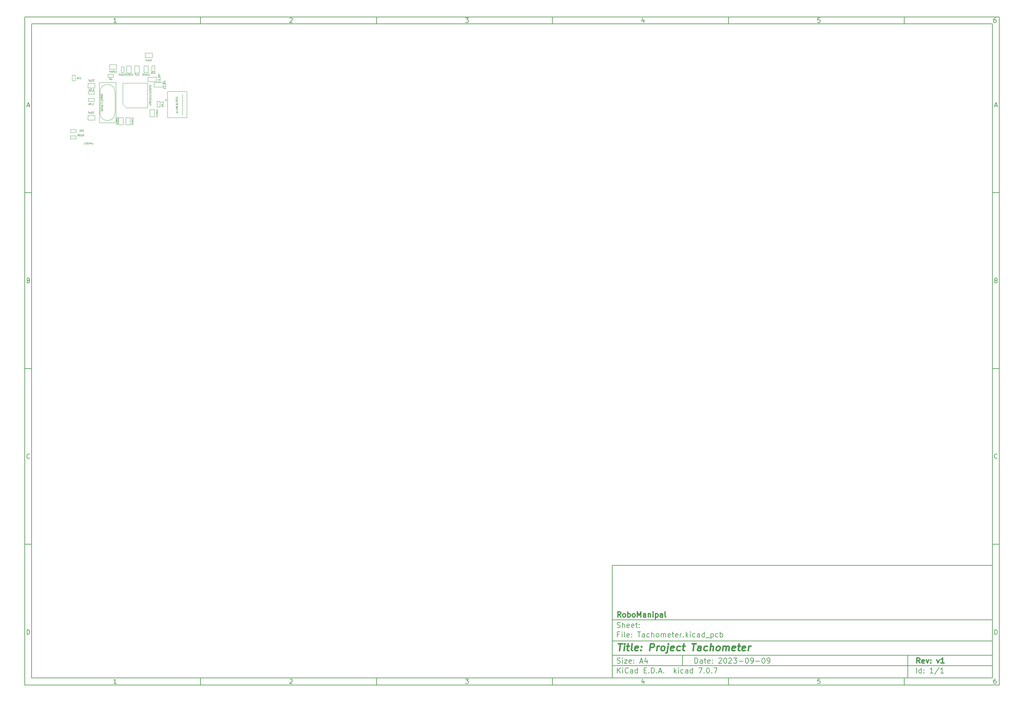
<source format=gbr>
%TF.GenerationSoftware,KiCad,Pcbnew,7.0.7*%
%TF.CreationDate,2023-09-17T23:44:39+05:30*%
%TF.ProjectId,Tachometer,54616368-6f6d-4657-9465-722e6b696361,v1*%
%TF.SameCoordinates,Original*%
%TF.FileFunction,AssemblyDrawing,Bot*%
%FSLAX46Y46*%
G04 Gerber Fmt 4.6, Leading zero omitted, Abs format (unit mm)*
G04 Created by KiCad (PCBNEW 7.0.7) date 2023-09-17 23:44:39*
%MOMM*%
%LPD*%
G01*
G04 APERTURE LIST*
%ADD10C,0.100000*%
%ADD11C,0.150000*%
%ADD12C,0.300000*%
%ADD13C,0.400000*%
%ADD14C,0.125000*%
G04 APERTURE END LIST*
D10*
D11*
X177002200Y-166007200D02*
X285002200Y-166007200D01*
X285002200Y-198007200D01*
X177002200Y-198007200D01*
X177002200Y-166007200D01*
D10*
D11*
X10000000Y-10000000D02*
X287002200Y-10000000D01*
X287002200Y-200007200D01*
X10000000Y-200007200D01*
X10000000Y-10000000D01*
D10*
D11*
X12000000Y-12000000D02*
X285002200Y-12000000D01*
X285002200Y-198007200D01*
X12000000Y-198007200D01*
X12000000Y-12000000D01*
D10*
D11*
X60000000Y-12000000D02*
X60000000Y-10000000D01*
D10*
D11*
X110000000Y-12000000D02*
X110000000Y-10000000D01*
D10*
D11*
X160000000Y-12000000D02*
X160000000Y-10000000D01*
D10*
D11*
X210000000Y-12000000D02*
X210000000Y-10000000D01*
D10*
D11*
X260000000Y-12000000D02*
X260000000Y-10000000D01*
D10*
D11*
X36089160Y-11593604D02*
X35346303Y-11593604D01*
X35717731Y-11593604D02*
X35717731Y-10293604D01*
X35717731Y-10293604D02*
X35593922Y-10479319D01*
X35593922Y-10479319D02*
X35470112Y-10603128D01*
X35470112Y-10603128D02*
X35346303Y-10665033D01*
D10*
D11*
X85346303Y-10417414D02*
X85408207Y-10355509D01*
X85408207Y-10355509D02*
X85532017Y-10293604D01*
X85532017Y-10293604D02*
X85841541Y-10293604D01*
X85841541Y-10293604D02*
X85965350Y-10355509D01*
X85965350Y-10355509D02*
X86027255Y-10417414D01*
X86027255Y-10417414D02*
X86089160Y-10541223D01*
X86089160Y-10541223D02*
X86089160Y-10665033D01*
X86089160Y-10665033D02*
X86027255Y-10850747D01*
X86027255Y-10850747D02*
X85284398Y-11593604D01*
X85284398Y-11593604D02*
X86089160Y-11593604D01*
D10*
D11*
X135284398Y-10293604D02*
X136089160Y-10293604D01*
X136089160Y-10293604D02*
X135655826Y-10788842D01*
X135655826Y-10788842D02*
X135841541Y-10788842D01*
X135841541Y-10788842D02*
X135965350Y-10850747D01*
X135965350Y-10850747D02*
X136027255Y-10912652D01*
X136027255Y-10912652D02*
X136089160Y-11036461D01*
X136089160Y-11036461D02*
X136089160Y-11345985D01*
X136089160Y-11345985D02*
X136027255Y-11469795D01*
X136027255Y-11469795D02*
X135965350Y-11531700D01*
X135965350Y-11531700D02*
X135841541Y-11593604D01*
X135841541Y-11593604D02*
X135470112Y-11593604D01*
X135470112Y-11593604D02*
X135346303Y-11531700D01*
X135346303Y-11531700D02*
X135284398Y-11469795D01*
D10*
D11*
X185965350Y-10726938D02*
X185965350Y-11593604D01*
X185655826Y-10231700D02*
X185346303Y-11160271D01*
X185346303Y-11160271D02*
X186151064Y-11160271D01*
D10*
D11*
X236027255Y-10293604D02*
X235408207Y-10293604D01*
X235408207Y-10293604D02*
X235346303Y-10912652D01*
X235346303Y-10912652D02*
X235408207Y-10850747D01*
X235408207Y-10850747D02*
X235532017Y-10788842D01*
X235532017Y-10788842D02*
X235841541Y-10788842D01*
X235841541Y-10788842D02*
X235965350Y-10850747D01*
X235965350Y-10850747D02*
X236027255Y-10912652D01*
X236027255Y-10912652D02*
X236089160Y-11036461D01*
X236089160Y-11036461D02*
X236089160Y-11345985D01*
X236089160Y-11345985D02*
X236027255Y-11469795D01*
X236027255Y-11469795D02*
X235965350Y-11531700D01*
X235965350Y-11531700D02*
X235841541Y-11593604D01*
X235841541Y-11593604D02*
X235532017Y-11593604D01*
X235532017Y-11593604D02*
X235408207Y-11531700D01*
X235408207Y-11531700D02*
X235346303Y-11469795D01*
D10*
D11*
X285965350Y-10293604D02*
X285717731Y-10293604D01*
X285717731Y-10293604D02*
X285593922Y-10355509D01*
X285593922Y-10355509D02*
X285532017Y-10417414D01*
X285532017Y-10417414D02*
X285408207Y-10603128D01*
X285408207Y-10603128D02*
X285346303Y-10850747D01*
X285346303Y-10850747D02*
X285346303Y-11345985D01*
X285346303Y-11345985D02*
X285408207Y-11469795D01*
X285408207Y-11469795D02*
X285470112Y-11531700D01*
X285470112Y-11531700D02*
X285593922Y-11593604D01*
X285593922Y-11593604D02*
X285841541Y-11593604D01*
X285841541Y-11593604D02*
X285965350Y-11531700D01*
X285965350Y-11531700D02*
X286027255Y-11469795D01*
X286027255Y-11469795D02*
X286089160Y-11345985D01*
X286089160Y-11345985D02*
X286089160Y-11036461D01*
X286089160Y-11036461D02*
X286027255Y-10912652D01*
X286027255Y-10912652D02*
X285965350Y-10850747D01*
X285965350Y-10850747D02*
X285841541Y-10788842D01*
X285841541Y-10788842D02*
X285593922Y-10788842D01*
X285593922Y-10788842D02*
X285470112Y-10850747D01*
X285470112Y-10850747D02*
X285408207Y-10912652D01*
X285408207Y-10912652D02*
X285346303Y-11036461D01*
D10*
D11*
X60000000Y-198007200D02*
X60000000Y-200007200D01*
D10*
D11*
X110000000Y-198007200D02*
X110000000Y-200007200D01*
D10*
D11*
X160000000Y-198007200D02*
X160000000Y-200007200D01*
D10*
D11*
X210000000Y-198007200D02*
X210000000Y-200007200D01*
D10*
D11*
X260000000Y-198007200D02*
X260000000Y-200007200D01*
D10*
D11*
X36089160Y-199600804D02*
X35346303Y-199600804D01*
X35717731Y-199600804D02*
X35717731Y-198300804D01*
X35717731Y-198300804D02*
X35593922Y-198486519D01*
X35593922Y-198486519D02*
X35470112Y-198610328D01*
X35470112Y-198610328D02*
X35346303Y-198672233D01*
D10*
D11*
X85346303Y-198424614D02*
X85408207Y-198362709D01*
X85408207Y-198362709D02*
X85532017Y-198300804D01*
X85532017Y-198300804D02*
X85841541Y-198300804D01*
X85841541Y-198300804D02*
X85965350Y-198362709D01*
X85965350Y-198362709D02*
X86027255Y-198424614D01*
X86027255Y-198424614D02*
X86089160Y-198548423D01*
X86089160Y-198548423D02*
X86089160Y-198672233D01*
X86089160Y-198672233D02*
X86027255Y-198857947D01*
X86027255Y-198857947D02*
X85284398Y-199600804D01*
X85284398Y-199600804D02*
X86089160Y-199600804D01*
D10*
D11*
X135284398Y-198300804D02*
X136089160Y-198300804D01*
X136089160Y-198300804D02*
X135655826Y-198796042D01*
X135655826Y-198796042D02*
X135841541Y-198796042D01*
X135841541Y-198796042D02*
X135965350Y-198857947D01*
X135965350Y-198857947D02*
X136027255Y-198919852D01*
X136027255Y-198919852D02*
X136089160Y-199043661D01*
X136089160Y-199043661D02*
X136089160Y-199353185D01*
X136089160Y-199353185D02*
X136027255Y-199476995D01*
X136027255Y-199476995D02*
X135965350Y-199538900D01*
X135965350Y-199538900D02*
X135841541Y-199600804D01*
X135841541Y-199600804D02*
X135470112Y-199600804D01*
X135470112Y-199600804D02*
X135346303Y-199538900D01*
X135346303Y-199538900D02*
X135284398Y-199476995D01*
D10*
D11*
X185965350Y-198734138D02*
X185965350Y-199600804D01*
X185655826Y-198238900D02*
X185346303Y-199167471D01*
X185346303Y-199167471D02*
X186151064Y-199167471D01*
D10*
D11*
X236027255Y-198300804D02*
X235408207Y-198300804D01*
X235408207Y-198300804D02*
X235346303Y-198919852D01*
X235346303Y-198919852D02*
X235408207Y-198857947D01*
X235408207Y-198857947D02*
X235532017Y-198796042D01*
X235532017Y-198796042D02*
X235841541Y-198796042D01*
X235841541Y-198796042D02*
X235965350Y-198857947D01*
X235965350Y-198857947D02*
X236027255Y-198919852D01*
X236027255Y-198919852D02*
X236089160Y-199043661D01*
X236089160Y-199043661D02*
X236089160Y-199353185D01*
X236089160Y-199353185D02*
X236027255Y-199476995D01*
X236027255Y-199476995D02*
X235965350Y-199538900D01*
X235965350Y-199538900D02*
X235841541Y-199600804D01*
X235841541Y-199600804D02*
X235532017Y-199600804D01*
X235532017Y-199600804D02*
X235408207Y-199538900D01*
X235408207Y-199538900D02*
X235346303Y-199476995D01*
D10*
D11*
X285965350Y-198300804D02*
X285717731Y-198300804D01*
X285717731Y-198300804D02*
X285593922Y-198362709D01*
X285593922Y-198362709D02*
X285532017Y-198424614D01*
X285532017Y-198424614D02*
X285408207Y-198610328D01*
X285408207Y-198610328D02*
X285346303Y-198857947D01*
X285346303Y-198857947D02*
X285346303Y-199353185D01*
X285346303Y-199353185D02*
X285408207Y-199476995D01*
X285408207Y-199476995D02*
X285470112Y-199538900D01*
X285470112Y-199538900D02*
X285593922Y-199600804D01*
X285593922Y-199600804D02*
X285841541Y-199600804D01*
X285841541Y-199600804D02*
X285965350Y-199538900D01*
X285965350Y-199538900D02*
X286027255Y-199476995D01*
X286027255Y-199476995D02*
X286089160Y-199353185D01*
X286089160Y-199353185D02*
X286089160Y-199043661D01*
X286089160Y-199043661D02*
X286027255Y-198919852D01*
X286027255Y-198919852D02*
X285965350Y-198857947D01*
X285965350Y-198857947D02*
X285841541Y-198796042D01*
X285841541Y-198796042D02*
X285593922Y-198796042D01*
X285593922Y-198796042D02*
X285470112Y-198857947D01*
X285470112Y-198857947D02*
X285408207Y-198919852D01*
X285408207Y-198919852D02*
X285346303Y-199043661D01*
D10*
D11*
X10000000Y-60000000D02*
X12000000Y-60000000D01*
D10*
D11*
X10000000Y-110000000D02*
X12000000Y-110000000D01*
D10*
D11*
X10000000Y-160000000D02*
X12000000Y-160000000D01*
D10*
D11*
X10690476Y-35222176D02*
X11309523Y-35222176D01*
X10566666Y-35593604D02*
X10999999Y-34293604D01*
X10999999Y-34293604D02*
X11433333Y-35593604D01*
D10*
D11*
X11092857Y-84912652D02*
X11278571Y-84974557D01*
X11278571Y-84974557D02*
X11340476Y-85036461D01*
X11340476Y-85036461D02*
X11402380Y-85160271D01*
X11402380Y-85160271D02*
X11402380Y-85345985D01*
X11402380Y-85345985D02*
X11340476Y-85469795D01*
X11340476Y-85469795D02*
X11278571Y-85531700D01*
X11278571Y-85531700D02*
X11154761Y-85593604D01*
X11154761Y-85593604D02*
X10659523Y-85593604D01*
X10659523Y-85593604D02*
X10659523Y-84293604D01*
X10659523Y-84293604D02*
X11092857Y-84293604D01*
X11092857Y-84293604D02*
X11216666Y-84355509D01*
X11216666Y-84355509D02*
X11278571Y-84417414D01*
X11278571Y-84417414D02*
X11340476Y-84541223D01*
X11340476Y-84541223D02*
X11340476Y-84665033D01*
X11340476Y-84665033D02*
X11278571Y-84788842D01*
X11278571Y-84788842D02*
X11216666Y-84850747D01*
X11216666Y-84850747D02*
X11092857Y-84912652D01*
X11092857Y-84912652D02*
X10659523Y-84912652D01*
D10*
D11*
X11402380Y-135469795D02*
X11340476Y-135531700D01*
X11340476Y-135531700D02*
X11154761Y-135593604D01*
X11154761Y-135593604D02*
X11030952Y-135593604D01*
X11030952Y-135593604D02*
X10845238Y-135531700D01*
X10845238Y-135531700D02*
X10721428Y-135407890D01*
X10721428Y-135407890D02*
X10659523Y-135284080D01*
X10659523Y-135284080D02*
X10597619Y-135036461D01*
X10597619Y-135036461D02*
X10597619Y-134850747D01*
X10597619Y-134850747D02*
X10659523Y-134603128D01*
X10659523Y-134603128D02*
X10721428Y-134479319D01*
X10721428Y-134479319D02*
X10845238Y-134355509D01*
X10845238Y-134355509D02*
X11030952Y-134293604D01*
X11030952Y-134293604D02*
X11154761Y-134293604D01*
X11154761Y-134293604D02*
X11340476Y-134355509D01*
X11340476Y-134355509D02*
X11402380Y-134417414D01*
D10*
D11*
X10659523Y-185593604D02*
X10659523Y-184293604D01*
X10659523Y-184293604D02*
X10969047Y-184293604D01*
X10969047Y-184293604D02*
X11154761Y-184355509D01*
X11154761Y-184355509D02*
X11278571Y-184479319D01*
X11278571Y-184479319D02*
X11340476Y-184603128D01*
X11340476Y-184603128D02*
X11402380Y-184850747D01*
X11402380Y-184850747D02*
X11402380Y-185036461D01*
X11402380Y-185036461D02*
X11340476Y-185284080D01*
X11340476Y-185284080D02*
X11278571Y-185407890D01*
X11278571Y-185407890D02*
X11154761Y-185531700D01*
X11154761Y-185531700D02*
X10969047Y-185593604D01*
X10969047Y-185593604D02*
X10659523Y-185593604D01*
D10*
D11*
X287002200Y-60000000D02*
X285002200Y-60000000D01*
D10*
D11*
X287002200Y-110000000D02*
X285002200Y-110000000D01*
D10*
D11*
X287002200Y-160000000D02*
X285002200Y-160000000D01*
D10*
D11*
X285692676Y-35222176D02*
X286311723Y-35222176D01*
X285568866Y-35593604D02*
X286002199Y-34293604D01*
X286002199Y-34293604D02*
X286435533Y-35593604D01*
D10*
D11*
X286095057Y-84912652D02*
X286280771Y-84974557D01*
X286280771Y-84974557D02*
X286342676Y-85036461D01*
X286342676Y-85036461D02*
X286404580Y-85160271D01*
X286404580Y-85160271D02*
X286404580Y-85345985D01*
X286404580Y-85345985D02*
X286342676Y-85469795D01*
X286342676Y-85469795D02*
X286280771Y-85531700D01*
X286280771Y-85531700D02*
X286156961Y-85593604D01*
X286156961Y-85593604D02*
X285661723Y-85593604D01*
X285661723Y-85593604D02*
X285661723Y-84293604D01*
X285661723Y-84293604D02*
X286095057Y-84293604D01*
X286095057Y-84293604D02*
X286218866Y-84355509D01*
X286218866Y-84355509D02*
X286280771Y-84417414D01*
X286280771Y-84417414D02*
X286342676Y-84541223D01*
X286342676Y-84541223D02*
X286342676Y-84665033D01*
X286342676Y-84665033D02*
X286280771Y-84788842D01*
X286280771Y-84788842D02*
X286218866Y-84850747D01*
X286218866Y-84850747D02*
X286095057Y-84912652D01*
X286095057Y-84912652D02*
X285661723Y-84912652D01*
D10*
D11*
X286404580Y-135469795D02*
X286342676Y-135531700D01*
X286342676Y-135531700D02*
X286156961Y-135593604D01*
X286156961Y-135593604D02*
X286033152Y-135593604D01*
X286033152Y-135593604D02*
X285847438Y-135531700D01*
X285847438Y-135531700D02*
X285723628Y-135407890D01*
X285723628Y-135407890D02*
X285661723Y-135284080D01*
X285661723Y-135284080D02*
X285599819Y-135036461D01*
X285599819Y-135036461D02*
X285599819Y-134850747D01*
X285599819Y-134850747D02*
X285661723Y-134603128D01*
X285661723Y-134603128D02*
X285723628Y-134479319D01*
X285723628Y-134479319D02*
X285847438Y-134355509D01*
X285847438Y-134355509D02*
X286033152Y-134293604D01*
X286033152Y-134293604D02*
X286156961Y-134293604D01*
X286156961Y-134293604D02*
X286342676Y-134355509D01*
X286342676Y-134355509D02*
X286404580Y-134417414D01*
D10*
D11*
X285661723Y-185593604D02*
X285661723Y-184293604D01*
X285661723Y-184293604D02*
X285971247Y-184293604D01*
X285971247Y-184293604D02*
X286156961Y-184355509D01*
X286156961Y-184355509D02*
X286280771Y-184479319D01*
X286280771Y-184479319D02*
X286342676Y-184603128D01*
X286342676Y-184603128D02*
X286404580Y-184850747D01*
X286404580Y-184850747D02*
X286404580Y-185036461D01*
X286404580Y-185036461D02*
X286342676Y-185284080D01*
X286342676Y-185284080D02*
X286280771Y-185407890D01*
X286280771Y-185407890D02*
X286156961Y-185531700D01*
X286156961Y-185531700D02*
X285971247Y-185593604D01*
X285971247Y-185593604D02*
X285661723Y-185593604D01*
D10*
D11*
X200458026Y-193793328D02*
X200458026Y-192293328D01*
X200458026Y-192293328D02*
X200815169Y-192293328D01*
X200815169Y-192293328D02*
X201029455Y-192364757D01*
X201029455Y-192364757D02*
X201172312Y-192507614D01*
X201172312Y-192507614D02*
X201243741Y-192650471D01*
X201243741Y-192650471D02*
X201315169Y-192936185D01*
X201315169Y-192936185D02*
X201315169Y-193150471D01*
X201315169Y-193150471D02*
X201243741Y-193436185D01*
X201243741Y-193436185D02*
X201172312Y-193579042D01*
X201172312Y-193579042D02*
X201029455Y-193721900D01*
X201029455Y-193721900D02*
X200815169Y-193793328D01*
X200815169Y-193793328D02*
X200458026Y-193793328D01*
X202600884Y-193793328D02*
X202600884Y-193007614D01*
X202600884Y-193007614D02*
X202529455Y-192864757D01*
X202529455Y-192864757D02*
X202386598Y-192793328D01*
X202386598Y-192793328D02*
X202100884Y-192793328D01*
X202100884Y-192793328D02*
X201958026Y-192864757D01*
X202600884Y-193721900D02*
X202458026Y-193793328D01*
X202458026Y-193793328D02*
X202100884Y-193793328D01*
X202100884Y-193793328D02*
X201958026Y-193721900D01*
X201958026Y-193721900D02*
X201886598Y-193579042D01*
X201886598Y-193579042D02*
X201886598Y-193436185D01*
X201886598Y-193436185D02*
X201958026Y-193293328D01*
X201958026Y-193293328D02*
X202100884Y-193221900D01*
X202100884Y-193221900D02*
X202458026Y-193221900D01*
X202458026Y-193221900D02*
X202600884Y-193150471D01*
X203100884Y-192793328D02*
X203672312Y-192793328D01*
X203315169Y-192293328D02*
X203315169Y-193579042D01*
X203315169Y-193579042D02*
X203386598Y-193721900D01*
X203386598Y-193721900D02*
X203529455Y-193793328D01*
X203529455Y-193793328D02*
X203672312Y-193793328D01*
X204743741Y-193721900D02*
X204600884Y-193793328D01*
X204600884Y-193793328D02*
X204315170Y-193793328D01*
X204315170Y-193793328D02*
X204172312Y-193721900D01*
X204172312Y-193721900D02*
X204100884Y-193579042D01*
X204100884Y-193579042D02*
X204100884Y-193007614D01*
X204100884Y-193007614D02*
X204172312Y-192864757D01*
X204172312Y-192864757D02*
X204315170Y-192793328D01*
X204315170Y-192793328D02*
X204600884Y-192793328D01*
X204600884Y-192793328D02*
X204743741Y-192864757D01*
X204743741Y-192864757D02*
X204815170Y-193007614D01*
X204815170Y-193007614D02*
X204815170Y-193150471D01*
X204815170Y-193150471D02*
X204100884Y-193293328D01*
X205458026Y-193650471D02*
X205529455Y-193721900D01*
X205529455Y-193721900D02*
X205458026Y-193793328D01*
X205458026Y-193793328D02*
X205386598Y-193721900D01*
X205386598Y-193721900D02*
X205458026Y-193650471D01*
X205458026Y-193650471D02*
X205458026Y-193793328D01*
X205458026Y-192864757D02*
X205529455Y-192936185D01*
X205529455Y-192936185D02*
X205458026Y-193007614D01*
X205458026Y-193007614D02*
X205386598Y-192936185D01*
X205386598Y-192936185D02*
X205458026Y-192864757D01*
X205458026Y-192864757D02*
X205458026Y-193007614D01*
X207243741Y-192436185D02*
X207315169Y-192364757D01*
X207315169Y-192364757D02*
X207458027Y-192293328D01*
X207458027Y-192293328D02*
X207815169Y-192293328D01*
X207815169Y-192293328D02*
X207958027Y-192364757D01*
X207958027Y-192364757D02*
X208029455Y-192436185D01*
X208029455Y-192436185D02*
X208100884Y-192579042D01*
X208100884Y-192579042D02*
X208100884Y-192721900D01*
X208100884Y-192721900D02*
X208029455Y-192936185D01*
X208029455Y-192936185D02*
X207172312Y-193793328D01*
X207172312Y-193793328D02*
X208100884Y-193793328D01*
X209029455Y-192293328D02*
X209172312Y-192293328D01*
X209172312Y-192293328D02*
X209315169Y-192364757D01*
X209315169Y-192364757D02*
X209386598Y-192436185D01*
X209386598Y-192436185D02*
X209458026Y-192579042D01*
X209458026Y-192579042D02*
X209529455Y-192864757D01*
X209529455Y-192864757D02*
X209529455Y-193221900D01*
X209529455Y-193221900D02*
X209458026Y-193507614D01*
X209458026Y-193507614D02*
X209386598Y-193650471D01*
X209386598Y-193650471D02*
X209315169Y-193721900D01*
X209315169Y-193721900D02*
X209172312Y-193793328D01*
X209172312Y-193793328D02*
X209029455Y-193793328D01*
X209029455Y-193793328D02*
X208886598Y-193721900D01*
X208886598Y-193721900D02*
X208815169Y-193650471D01*
X208815169Y-193650471D02*
X208743740Y-193507614D01*
X208743740Y-193507614D02*
X208672312Y-193221900D01*
X208672312Y-193221900D02*
X208672312Y-192864757D01*
X208672312Y-192864757D02*
X208743740Y-192579042D01*
X208743740Y-192579042D02*
X208815169Y-192436185D01*
X208815169Y-192436185D02*
X208886598Y-192364757D01*
X208886598Y-192364757D02*
X209029455Y-192293328D01*
X210100883Y-192436185D02*
X210172311Y-192364757D01*
X210172311Y-192364757D02*
X210315169Y-192293328D01*
X210315169Y-192293328D02*
X210672311Y-192293328D01*
X210672311Y-192293328D02*
X210815169Y-192364757D01*
X210815169Y-192364757D02*
X210886597Y-192436185D01*
X210886597Y-192436185D02*
X210958026Y-192579042D01*
X210958026Y-192579042D02*
X210958026Y-192721900D01*
X210958026Y-192721900D02*
X210886597Y-192936185D01*
X210886597Y-192936185D02*
X210029454Y-193793328D01*
X210029454Y-193793328D02*
X210958026Y-193793328D01*
X211458025Y-192293328D02*
X212386597Y-192293328D01*
X212386597Y-192293328D02*
X211886597Y-192864757D01*
X211886597Y-192864757D02*
X212100882Y-192864757D01*
X212100882Y-192864757D02*
X212243740Y-192936185D01*
X212243740Y-192936185D02*
X212315168Y-193007614D01*
X212315168Y-193007614D02*
X212386597Y-193150471D01*
X212386597Y-193150471D02*
X212386597Y-193507614D01*
X212386597Y-193507614D02*
X212315168Y-193650471D01*
X212315168Y-193650471D02*
X212243740Y-193721900D01*
X212243740Y-193721900D02*
X212100882Y-193793328D01*
X212100882Y-193793328D02*
X211672311Y-193793328D01*
X211672311Y-193793328D02*
X211529454Y-193721900D01*
X211529454Y-193721900D02*
X211458025Y-193650471D01*
X213029453Y-193221900D02*
X214172311Y-193221900D01*
X215172311Y-192293328D02*
X215315168Y-192293328D01*
X215315168Y-192293328D02*
X215458025Y-192364757D01*
X215458025Y-192364757D02*
X215529454Y-192436185D01*
X215529454Y-192436185D02*
X215600882Y-192579042D01*
X215600882Y-192579042D02*
X215672311Y-192864757D01*
X215672311Y-192864757D02*
X215672311Y-193221900D01*
X215672311Y-193221900D02*
X215600882Y-193507614D01*
X215600882Y-193507614D02*
X215529454Y-193650471D01*
X215529454Y-193650471D02*
X215458025Y-193721900D01*
X215458025Y-193721900D02*
X215315168Y-193793328D01*
X215315168Y-193793328D02*
X215172311Y-193793328D01*
X215172311Y-193793328D02*
X215029454Y-193721900D01*
X215029454Y-193721900D02*
X214958025Y-193650471D01*
X214958025Y-193650471D02*
X214886596Y-193507614D01*
X214886596Y-193507614D02*
X214815168Y-193221900D01*
X214815168Y-193221900D02*
X214815168Y-192864757D01*
X214815168Y-192864757D02*
X214886596Y-192579042D01*
X214886596Y-192579042D02*
X214958025Y-192436185D01*
X214958025Y-192436185D02*
X215029454Y-192364757D01*
X215029454Y-192364757D02*
X215172311Y-192293328D01*
X216386596Y-193793328D02*
X216672310Y-193793328D01*
X216672310Y-193793328D02*
X216815167Y-193721900D01*
X216815167Y-193721900D02*
X216886596Y-193650471D01*
X216886596Y-193650471D02*
X217029453Y-193436185D01*
X217029453Y-193436185D02*
X217100882Y-193150471D01*
X217100882Y-193150471D02*
X217100882Y-192579042D01*
X217100882Y-192579042D02*
X217029453Y-192436185D01*
X217029453Y-192436185D02*
X216958025Y-192364757D01*
X216958025Y-192364757D02*
X216815167Y-192293328D01*
X216815167Y-192293328D02*
X216529453Y-192293328D01*
X216529453Y-192293328D02*
X216386596Y-192364757D01*
X216386596Y-192364757D02*
X216315167Y-192436185D01*
X216315167Y-192436185D02*
X216243739Y-192579042D01*
X216243739Y-192579042D02*
X216243739Y-192936185D01*
X216243739Y-192936185D02*
X216315167Y-193079042D01*
X216315167Y-193079042D02*
X216386596Y-193150471D01*
X216386596Y-193150471D02*
X216529453Y-193221900D01*
X216529453Y-193221900D02*
X216815167Y-193221900D01*
X216815167Y-193221900D02*
X216958025Y-193150471D01*
X216958025Y-193150471D02*
X217029453Y-193079042D01*
X217029453Y-193079042D02*
X217100882Y-192936185D01*
X217743738Y-193221900D02*
X218886596Y-193221900D01*
X219886596Y-192293328D02*
X220029453Y-192293328D01*
X220029453Y-192293328D02*
X220172310Y-192364757D01*
X220172310Y-192364757D02*
X220243739Y-192436185D01*
X220243739Y-192436185D02*
X220315167Y-192579042D01*
X220315167Y-192579042D02*
X220386596Y-192864757D01*
X220386596Y-192864757D02*
X220386596Y-193221900D01*
X220386596Y-193221900D02*
X220315167Y-193507614D01*
X220315167Y-193507614D02*
X220243739Y-193650471D01*
X220243739Y-193650471D02*
X220172310Y-193721900D01*
X220172310Y-193721900D02*
X220029453Y-193793328D01*
X220029453Y-193793328D02*
X219886596Y-193793328D01*
X219886596Y-193793328D02*
X219743739Y-193721900D01*
X219743739Y-193721900D02*
X219672310Y-193650471D01*
X219672310Y-193650471D02*
X219600881Y-193507614D01*
X219600881Y-193507614D02*
X219529453Y-193221900D01*
X219529453Y-193221900D02*
X219529453Y-192864757D01*
X219529453Y-192864757D02*
X219600881Y-192579042D01*
X219600881Y-192579042D02*
X219672310Y-192436185D01*
X219672310Y-192436185D02*
X219743739Y-192364757D01*
X219743739Y-192364757D02*
X219886596Y-192293328D01*
X221100881Y-193793328D02*
X221386595Y-193793328D01*
X221386595Y-193793328D02*
X221529452Y-193721900D01*
X221529452Y-193721900D02*
X221600881Y-193650471D01*
X221600881Y-193650471D02*
X221743738Y-193436185D01*
X221743738Y-193436185D02*
X221815167Y-193150471D01*
X221815167Y-193150471D02*
X221815167Y-192579042D01*
X221815167Y-192579042D02*
X221743738Y-192436185D01*
X221743738Y-192436185D02*
X221672310Y-192364757D01*
X221672310Y-192364757D02*
X221529452Y-192293328D01*
X221529452Y-192293328D02*
X221243738Y-192293328D01*
X221243738Y-192293328D02*
X221100881Y-192364757D01*
X221100881Y-192364757D02*
X221029452Y-192436185D01*
X221029452Y-192436185D02*
X220958024Y-192579042D01*
X220958024Y-192579042D02*
X220958024Y-192936185D01*
X220958024Y-192936185D02*
X221029452Y-193079042D01*
X221029452Y-193079042D02*
X221100881Y-193150471D01*
X221100881Y-193150471D02*
X221243738Y-193221900D01*
X221243738Y-193221900D02*
X221529452Y-193221900D01*
X221529452Y-193221900D02*
X221672310Y-193150471D01*
X221672310Y-193150471D02*
X221743738Y-193079042D01*
X221743738Y-193079042D02*
X221815167Y-192936185D01*
D10*
D11*
X177002200Y-194507200D02*
X285002200Y-194507200D01*
D10*
D11*
X178458026Y-196593328D02*
X178458026Y-195093328D01*
X179315169Y-196593328D02*
X178672312Y-195736185D01*
X179315169Y-195093328D02*
X178458026Y-195950471D01*
X179958026Y-196593328D02*
X179958026Y-195593328D01*
X179958026Y-195093328D02*
X179886598Y-195164757D01*
X179886598Y-195164757D02*
X179958026Y-195236185D01*
X179958026Y-195236185D02*
X180029455Y-195164757D01*
X180029455Y-195164757D02*
X179958026Y-195093328D01*
X179958026Y-195093328D02*
X179958026Y-195236185D01*
X181529455Y-196450471D02*
X181458027Y-196521900D01*
X181458027Y-196521900D02*
X181243741Y-196593328D01*
X181243741Y-196593328D02*
X181100884Y-196593328D01*
X181100884Y-196593328D02*
X180886598Y-196521900D01*
X180886598Y-196521900D02*
X180743741Y-196379042D01*
X180743741Y-196379042D02*
X180672312Y-196236185D01*
X180672312Y-196236185D02*
X180600884Y-195950471D01*
X180600884Y-195950471D02*
X180600884Y-195736185D01*
X180600884Y-195736185D02*
X180672312Y-195450471D01*
X180672312Y-195450471D02*
X180743741Y-195307614D01*
X180743741Y-195307614D02*
X180886598Y-195164757D01*
X180886598Y-195164757D02*
X181100884Y-195093328D01*
X181100884Y-195093328D02*
X181243741Y-195093328D01*
X181243741Y-195093328D02*
X181458027Y-195164757D01*
X181458027Y-195164757D02*
X181529455Y-195236185D01*
X182815170Y-196593328D02*
X182815170Y-195807614D01*
X182815170Y-195807614D02*
X182743741Y-195664757D01*
X182743741Y-195664757D02*
X182600884Y-195593328D01*
X182600884Y-195593328D02*
X182315170Y-195593328D01*
X182315170Y-195593328D02*
X182172312Y-195664757D01*
X182815170Y-196521900D02*
X182672312Y-196593328D01*
X182672312Y-196593328D02*
X182315170Y-196593328D01*
X182315170Y-196593328D02*
X182172312Y-196521900D01*
X182172312Y-196521900D02*
X182100884Y-196379042D01*
X182100884Y-196379042D02*
X182100884Y-196236185D01*
X182100884Y-196236185D02*
X182172312Y-196093328D01*
X182172312Y-196093328D02*
X182315170Y-196021900D01*
X182315170Y-196021900D02*
X182672312Y-196021900D01*
X182672312Y-196021900D02*
X182815170Y-195950471D01*
X184172313Y-196593328D02*
X184172313Y-195093328D01*
X184172313Y-196521900D02*
X184029455Y-196593328D01*
X184029455Y-196593328D02*
X183743741Y-196593328D01*
X183743741Y-196593328D02*
X183600884Y-196521900D01*
X183600884Y-196521900D02*
X183529455Y-196450471D01*
X183529455Y-196450471D02*
X183458027Y-196307614D01*
X183458027Y-196307614D02*
X183458027Y-195879042D01*
X183458027Y-195879042D02*
X183529455Y-195736185D01*
X183529455Y-195736185D02*
X183600884Y-195664757D01*
X183600884Y-195664757D02*
X183743741Y-195593328D01*
X183743741Y-195593328D02*
X184029455Y-195593328D01*
X184029455Y-195593328D02*
X184172313Y-195664757D01*
X186029455Y-195807614D02*
X186529455Y-195807614D01*
X186743741Y-196593328D02*
X186029455Y-196593328D01*
X186029455Y-196593328D02*
X186029455Y-195093328D01*
X186029455Y-195093328D02*
X186743741Y-195093328D01*
X187386598Y-196450471D02*
X187458027Y-196521900D01*
X187458027Y-196521900D02*
X187386598Y-196593328D01*
X187386598Y-196593328D02*
X187315170Y-196521900D01*
X187315170Y-196521900D02*
X187386598Y-196450471D01*
X187386598Y-196450471D02*
X187386598Y-196593328D01*
X188100884Y-196593328D02*
X188100884Y-195093328D01*
X188100884Y-195093328D02*
X188458027Y-195093328D01*
X188458027Y-195093328D02*
X188672313Y-195164757D01*
X188672313Y-195164757D02*
X188815170Y-195307614D01*
X188815170Y-195307614D02*
X188886599Y-195450471D01*
X188886599Y-195450471D02*
X188958027Y-195736185D01*
X188958027Y-195736185D02*
X188958027Y-195950471D01*
X188958027Y-195950471D02*
X188886599Y-196236185D01*
X188886599Y-196236185D02*
X188815170Y-196379042D01*
X188815170Y-196379042D02*
X188672313Y-196521900D01*
X188672313Y-196521900D02*
X188458027Y-196593328D01*
X188458027Y-196593328D02*
X188100884Y-196593328D01*
X189600884Y-196450471D02*
X189672313Y-196521900D01*
X189672313Y-196521900D02*
X189600884Y-196593328D01*
X189600884Y-196593328D02*
X189529456Y-196521900D01*
X189529456Y-196521900D02*
X189600884Y-196450471D01*
X189600884Y-196450471D02*
X189600884Y-196593328D01*
X190243742Y-196164757D02*
X190958028Y-196164757D01*
X190100885Y-196593328D02*
X190600885Y-195093328D01*
X190600885Y-195093328D02*
X191100885Y-196593328D01*
X191600884Y-196450471D02*
X191672313Y-196521900D01*
X191672313Y-196521900D02*
X191600884Y-196593328D01*
X191600884Y-196593328D02*
X191529456Y-196521900D01*
X191529456Y-196521900D02*
X191600884Y-196450471D01*
X191600884Y-196450471D02*
X191600884Y-196593328D01*
X194600884Y-196593328D02*
X194600884Y-195093328D01*
X194743742Y-196021900D02*
X195172313Y-196593328D01*
X195172313Y-195593328D02*
X194600884Y-196164757D01*
X195815170Y-196593328D02*
X195815170Y-195593328D01*
X195815170Y-195093328D02*
X195743742Y-195164757D01*
X195743742Y-195164757D02*
X195815170Y-195236185D01*
X195815170Y-195236185D02*
X195886599Y-195164757D01*
X195886599Y-195164757D02*
X195815170Y-195093328D01*
X195815170Y-195093328D02*
X195815170Y-195236185D01*
X197172314Y-196521900D02*
X197029456Y-196593328D01*
X197029456Y-196593328D02*
X196743742Y-196593328D01*
X196743742Y-196593328D02*
X196600885Y-196521900D01*
X196600885Y-196521900D02*
X196529456Y-196450471D01*
X196529456Y-196450471D02*
X196458028Y-196307614D01*
X196458028Y-196307614D02*
X196458028Y-195879042D01*
X196458028Y-195879042D02*
X196529456Y-195736185D01*
X196529456Y-195736185D02*
X196600885Y-195664757D01*
X196600885Y-195664757D02*
X196743742Y-195593328D01*
X196743742Y-195593328D02*
X197029456Y-195593328D01*
X197029456Y-195593328D02*
X197172314Y-195664757D01*
X198458028Y-196593328D02*
X198458028Y-195807614D01*
X198458028Y-195807614D02*
X198386599Y-195664757D01*
X198386599Y-195664757D02*
X198243742Y-195593328D01*
X198243742Y-195593328D02*
X197958028Y-195593328D01*
X197958028Y-195593328D02*
X197815170Y-195664757D01*
X198458028Y-196521900D02*
X198315170Y-196593328D01*
X198315170Y-196593328D02*
X197958028Y-196593328D01*
X197958028Y-196593328D02*
X197815170Y-196521900D01*
X197815170Y-196521900D02*
X197743742Y-196379042D01*
X197743742Y-196379042D02*
X197743742Y-196236185D01*
X197743742Y-196236185D02*
X197815170Y-196093328D01*
X197815170Y-196093328D02*
X197958028Y-196021900D01*
X197958028Y-196021900D02*
X198315170Y-196021900D01*
X198315170Y-196021900D02*
X198458028Y-195950471D01*
X199815171Y-196593328D02*
X199815171Y-195093328D01*
X199815171Y-196521900D02*
X199672313Y-196593328D01*
X199672313Y-196593328D02*
X199386599Y-196593328D01*
X199386599Y-196593328D02*
X199243742Y-196521900D01*
X199243742Y-196521900D02*
X199172313Y-196450471D01*
X199172313Y-196450471D02*
X199100885Y-196307614D01*
X199100885Y-196307614D02*
X199100885Y-195879042D01*
X199100885Y-195879042D02*
X199172313Y-195736185D01*
X199172313Y-195736185D02*
X199243742Y-195664757D01*
X199243742Y-195664757D02*
X199386599Y-195593328D01*
X199386599Y-195593328D02*
X199672313Y-195593328D01*
X199672313Y-195593328D02*
X199815171Y-195664757D01*
X201529456Y-195093328D02*
X202529456Y-195093328D01*
X202529456Y-195093328D02*
X201886599Y-196593328D01*
X203100884Y-196450471D02*
X203172313Y-196521900D01*
X203172313Y-196521900D02*
X203100884Y-196593328D01*
X203100884Y-196593328D02*
X203029456Y-196521900D01*
X203029456Y-196521900D02*
X203100884Y-196450471D01*
X203100884Y-196450471D02*
X203100884Y-196593328D01*
X204100885Y-195093328D02*
X204243742Y-195093328D01*
X204243742Y-195093328D02*
X204386599Y-195164757D01*
X204386599Y-195164757D02*
X204458028Y-195236185D01*
X204458028Y-195236185D02*
X204529456Y-195379042D01*
X204529456Y-195379042D02*
X204600885Y-195664757D01*
X204600885Y-195664757D02*
X204600885Y-196021900D01*
X204600885Y-196021900D02*
X204529456Y-196307614D01*
X204529456Y-196307614D02*
X204458028Y-196450471D01*
X204458028Y-196450471D02*
X204386599Y-196521900D01*
X204386599Y-196521900D02*
X204243742Y-196593328D01*
X204243742Y-196593328D02*
X204100885Y-196593328D01*
X204100885Y-196593328D02*
X203958028Y-196521900D01*
X203958028Y-196521900D02*
X203886599Y-196450471D01*
X203886599Y-196450471D02*
X203815170Y-196307614D01*
X203815170Y-196307614D02*
X203743742Y-196021900D01*
X203743742Y-196021900D02*
X203743742Y-195664757D01*
X203743742Y-195664757D02*
X203815170Y-195379042D01*
X203815170Y-195379042D02*
X203886599Y-195236185D01*
X203886599Y-195236185D02*
X203958028Y-195164757D01*
X203958028Y-195164757D02*
X204100885Y-195093328D01*
X205243741Y-196450471D02*
X205315170Y-196521900D01*
X205315170Y-196521900D02*
X205243741Y-196593328D01*
X205243741Y-196593328D02*
X205172313Y-196521900D01*
X205172313Y-196521900D02*
X205243741Y-196450471D01*
X205243741Y-196450471D02*
X205243741Y-196593328D01*
X205815170Y-195093328D02*
X206815170Y-195093328D01*
X206815170Y-195093328D02*
X206172313Y-196593328D01*
D10*
D11*
X177002200Y-191507200D02*
X285002200Y-191507200D01*
D10*
D12*
X264413853Y-193785528D02*
X263913853Y-193071242D01*
X263556710Y-193785528D02*
X263556710Y-192285528D01*
X263556710Y-192285528D02*
X264128139Y-192285528D01*
X264128139Y-192285528D02*
X264270996Y-192356957D01*
X264270996Y-192356957D02*
X264342425Y-192428385D01*
X264342425Y-192428385D02*
X264413853Y-192571242D01*
X264413853Y-192571242D02*
X264413853Y-192785528D01*
X264413853Y-192785528D02*
X264342425Y-192928385D01*
X264342425Y-192928385D02*
X264270996Y-192999814D01*
X264270996Y-192999814D02*
X264128139Y-193071242D01*
X264128139Y-193071242D02*
X263556710Y-193071242D01*
X265628139Y-193714100D02*
X265485282Y-193785528D01*
X265485282Y-193785528D02*
X265199568Y-193785528D01*
X265199568Y-193785528D02*
X265056710Y-193714100D01*
X265056710Y-193714100D02*
X264985282Y-193571242D01*
X264985282Y-193571242D02*
X264985282Y-192999814D01*
X264985282Y-192999814D02*
X265056710Y-192856957D01*
X265056710Y-192856957D02*
X265199568Y-192785528D01*
X265199568Y-192785528D02*
X265485282Y-192785528D01*
X265485282Y-192785528D02*
X265628139Y-192856957D01*
X265628139Y-192856957D02*
X265699568Y-192999814D01*
X265699568Y-192999814D02*
X265699568Y-193142671D01*
X265699568Y-193142671D02*
X264985282Y-193285528D01*
X266199567Y-192785528D02*
X266556710Y-193785528D01*
X266556710Y-193785528D02*
X266913853Y-192785528D01*
X267485281Y-193642671D02*
X267556710Y-193714100D01*
X267556710Y-193714100D02*
X267485281Y-193785528D01*
X267485281Y-193785528D02*
X267413853Y-193714100D01*
X267413853Y-193714100D02*
X267485281Y-193642671D01*
X267485281Y-193642671D02*
X267485281Y-193785528D01*
X267485281Y-192856957D02*
X267556710Y-192928385D01*
X267556710Y-192928385D02*
X267485281Y-192999814D01*
X267485281Y-192999814D02*
X267413853Y-192928385D01*
X267413853Y-192928385D02*
X267485281Y-192856957D01*
X267485281Y-192856957D02*
X267485281Y-192999814D01*
X269199567Y-192785528D02*
X269556710Y-193785528D01*
X269556710Y-193785528D02*
X269913853Y-192785528D01*
X271270996Y-193785528D02*
X270413853Y-193785528D01*
X270842424Y-193785528D02*
X270842424Y-192285528D01*
X270842424Y-192285528D02*
X270699567Y-192499814D01*
X270699567Y-192499814D02*
X270556710Y-192642671D01*
X270556710Y-192642671D02*
X270413853Y-192714100D01*
D10*
D11*
X178386598Y-193721900D02*
X178600884Y-193793328D01*
X178600884Y-193793328D02*
X178958026Y-193793328D01*
X178958026Y-193793328D02*
X179100884Y-193721900D01*
X179100884Y-193721900D02*
X179172312Y-193650471D01*
X179172312Y-193650471D02*
X179243741Y-193507614D01*
X179243741Y-193507614D02*
X179243741Y-193364757D01*
X179243741Y-193364757D02*
X179172312Y-193221900D01*
X179172312Y-193221900D02*
X179100884Y-193150471D01*
X179100884Y-193150471D02*
X178958026Y-193079042D01*
X178958026Y-193079042D02*
X178672312Y-193007614D01*
X178672312Y-193007614D02*
X178529455Y-192936185D01*
X178529455Y-192936185D02*
X178458026Y-192864757D01*
X178458026Y-192864757D02*
X178386598Y-192721900D01*
X178386598Y-192721900D02*
X178386598Y-192579042D01*
X178386598Y-192579042D02*
X178458026Y-192436185D01*
X178458026Y-192436185D02*
X178529455Y-192364757D01*
X178529455Y-192364757D02*
X178672312Y-192293328D01*
X178672312Y-192293328D02*
X179029455Y-192293328D01*
X179029455Y-192293328D02*
X179243741Y-192364757D01*
X179886597Y-193793328D02*
X179886597Y-192793328D01*
X179886597Y-192293328D02*
X179815169Y-192364757D01*
X179815169Y-192364757D02*
X179886597Y-192436185D01*
X179886597Y-192436185D02*
X179958026Y-192364757D01*
X179958026Y-192364757D02*
X179886597Y-192293328D01*
X179886597Y-192293328D02*
X179886597Y-192436185D01*
X180458026Y-192793328D02*
X181243741Y-192793328D01*
X181243741Y-192793328D02*
X180458026Y-193793328D01*
X180458026Y-193793328D02*
X181243741Y-193793328D01*
X182386598Y-193721900D02*
X182243741Y-193793328D01*
X182243741Y-193793328D02*
X181958027Y-193793328D01*
X181958027Y-193793328D02*
X181815169Y-193721900D01*
X181815169Y-193721900D02*
X181743741Y-193579042D01*
X181743741Y-193579042D02*
X181743741Y-193007614D01*
X181743741Y-193007614D02*
X181815169Y-192864757D01*
X181815169Y-192864757D02*
X181958027Y-192793328D01*
X181958027Y-192793328D02*
X182243741Y-192793328D01*
X182243741Y-192793328D02*
X182386598Y-192864757D01*
X182386598Y-192864757D02*
X182458027Y-193007614D01*
X182458027Y-193007614D02*
X182458027Y-193150471D01*
X182458027Y-193150471D02*
X181743741Y-193293328D01*
X183100883Y-193650471D02*
X183172312Y-193721900D01*
X183172312Y-193721900D02*
X183100883Y-193793328D01*
X183100883Y-193793328D02*
X183029455Y-193721900D01*
X183029455Y-193721900D02*
X183100883Y-193650471D01*
X183100883Y-193650471D02*
X183100883Y-193793328D01*
X183100883Y-192864757D02*
X183172312Y-192936185D01*
X183172312Y-192936185D02*
X183100883Y-193007614D01*
X183100883Y-193007614D02*
X183029455Y-192936185D01*
X183029455Y-192936185D02*
X183100883Y-192864757D01*
X183100883Y-192864757D02*
X183100883Y-193007614D01*
X184886598Y-193364757D02*
X185600884Y-193364757D01*
X184743741Y-193793328D02*
X185243741Y-192293328D01*
X185243741Y-192293328D02*
X185743741Y-193793328D01*
X186886598Y-192793328D02*
X186886598Y-193793328D01*
X186529455Y-192221900D02*
X186172312Y-193293328D01*
X186172312Y-193293328D02*
X187100883Y-193293328D01*
D10*
D11*
X263458026Y-196593328D02*
X263458026Y-195093328D01*
X264815170Y-196593328D02*
X264815170Y-195093328D01*
X264815170Y-196521900D02*
X264672312Y-196593328D01*
X264672312Y-196593328D02*
X264386598Y-196593328D01*
X264386598Y-196593328D02*
X264243741Y-196521900D01*
X264243741Y-196521900D02*
X264172312Y-196450471D01*
X264172312Y-196450471D02*
X264100884Y-196307614D01*
X264100884Y-196307614D02*
X264100884Y-195879042D01*
X264100884Y-195879042D02*
X264172312Y-195736185D01*
X264172312Y-195736185D02*
X264243741Y-195664757D01*
X264243741Y-195664757D02*
X264386598Y-195593328D01*
X264386598Y-195593328D02*
X264672312Y-195593328D01*
X264672312Y-195593328D02*
X264815170Y-195664757D01*
X265529455Y-196450471D02*
X265600884Y-196521900D01*
X265600884Y-196521900D02*
X265529455Y-196593328D01*
X265529455Y-196593328D02*
X265458027Y-196521900D01*
X265458027Y-196521900D02*
X265529455Y-196450471D01*
X265529455Y-196450471D02*
X265529455Y-196593328D01*
X265529455Y-195664757D02*
X265600884Y-195736185D01*
X265600884Y-195736185D02*
X265529455Y-195807614D01*
X265529455Y-195807614D02*
X265458027Y-195736185D01*
X265458027Y-195736185D02*
X265529455Y-195664757D01*
X265529455Y-195664757D02*
X265529455Y-195807614D01*
X268172313Y-196593328D02*
X267315170Y-196593328D01*
X267743741Y-196593328D02*
X267743741Y-195093328D01*
X267743741Y-195093328D02*
X267600884Y-195307614D01*
X267600884Y-195307614D02*
X267458027Y-195450471D01*
X267458027Y-195450471D02*
X267315170Y-195521900D01*
X269886598Y-195021900D02*
X268600884Y-196950471D01*
X271172313Y-196593328D02*
X270315170Y-196593328D01*
X270743741Y-196593328D02*
X270743741Y-195093328D01*
X270743741Y-195093328D02*
X270600884Y-195307614D01*
X270600884Y-195307614D02*
X270458027Y-195450471D01*
X270458027Y-195450471D02*
X270315170Y-195521900D01*
D10*
D11*
X177002200Y-187507200D02*
X285002200Y-187507200D01*
D10*
D13*
X178693928Y-188211638D02*
X179836785Y-188211638D01*
X179015357Y-190211638D02*
X179265357Y-188211638D01*
X180253452Y-190211638D02*
X180420119Y-188878304D01*
X180503452Y-188211638D02*
X180396309Y-188306876D01*
X180396309Y-188306876D02*
X180479643Y-188402114D01*
X180479643Y-188402114D02*
X180586786Y-188306876D01*
X180586786Y-188306876D02*
X180503452Y-188211638D01*
X180503452Y-188211638D02*
X180479643Y-188402114D01*
X181086786Y-188878304D02*
X181848690Y-188878304D01*
X181455833Y-188211638D02*
X181241548Y-189925923D01*
X181241548Y-189925923D02*
X181312976Y-190116400D01*
X181312976Y-190116400D02*
X181491548Y-190211638D01*
X181491548Y-190211638D02*
X181682024Y-190211638D01*
X182634405Y-190211638D02*
X182455833Y-190116400D01*
X182455833Y-190116400D02*
X182384405Y-189925923D01*
X182384405Y-189925923D02*
X182598690Y-188211638D01*
X184170119Y-190116400D02*
X183967738Y-190211638D01*
X183967738Y-190211638D02*
X183586785Y-190211638D01*
X183586785Y-190211638D02*
X183408214Y-190116400D01*
X183408214Y-190116400D02*
X183336785Y-189925923D01*
X183336785Y-189925923D02*
X183432024Y-189164019D01*
X183432024Y-189164019D02*
X183551071Y-188973542D01*
X183551071Y-188973542D02*
X183753452Y-188878304D01*
X183753452Y-188878304D02*
X184134404Y-188878304D01*
X184134404Y-188878304D02*
X184312976Y-188973542D01*
X184312976Y-188973542D02*
X184384404Y-189164019D01*
X184384404Y-189164019D02*
X184360595Y-189354495D01*
X184360595Y-189354495D02*
X183384404Y-189544971D01*
X185134405Y-190021161D02*
X185217738Y-190116400D01*
X185217738Y-190116400D02*
X185110595Y-190211638D01*
X185110595Y-190211638D02*
X185027262Y-190116400D01*
X185027262Y-190116400D02*
X185134405Y-190021161D01*
X185134405Y-190021161D02*
X185110595Y-190211638D01*
X185265357Y-188973542D02*
X185348690Y-189068780D01*
X185348690Y-189068780D02*
X185241548Y-189164019D01*
X185241548Y-189164019D02*
X185158214Y-189068780D01*
X185158214Y-189068780D02*
X185265357Y-188973542D01*
X185265357Y-188973542D02*
X185241548Y-189164019D01*
X187586786Y-190211638D02*
X187836786Y-188211638D01*
X187836786Y-188211638D02*
X188598691Y-188211638D01*
X188598691Y-188211638D02*
X188777262Y-188306876D01*
X188777262Y-188306876D02*
X188860596Y-188402114D01*
X188860596Y-188402114D02*
X188932024Y-188592590D01*
X188932024Y-188592590D02*
X188896310Y-188878304D01*
X188896310Y-188878304D02*
X188777262Y-189068780D01*
X188777262Y-189068780D02*
X188670120Y-189164019D01*
X188670120Y-189164019D02*
X188467739Y-189259257D01*
X188467739Y-189259257D02*
X187705834Y-189259257D01*
X189586786Y-190211638D02*
X189753453Y-188878304D01*
X189705834Y-189259257D02*
X189824881Y-189068780D01*
X189824881Y-189068780D02*
X189932024Y-188973542D01*
X189932024Y-188973542D02*
X190134405Y-188878304D01*
X190134405Y-188878304D02*
X190324881Y-188878304D01*
X191110596Y-190211638D02*
X190932024Y-190116400D01*
X190932024Y-190116400D02*
X190848691Y-190021161D01*
X190848691Y-190021161D02*
X190777262Y-189830685D01*
X190777262Y-189830685D02*
X190848691Y-189259257D01*
X190848691Y-189259257D02*
X190967738Y-189068780D01*
X190967738Y-189068780D02*
X191074881Y-188973542D01*
X191074881Y-188973542D02*
X191277262Y-188878304D01*
X191277262Y-188878304D02*
X191562976Y-188878304D01*
X191562976Y-188878304D02*
X191741548Y-188973542D01*
X191741548Y-188973542D02*
X191824881Y-189068780D01*
X191824881Y-189068780D02*
X191896310Y-189259257D01*
X191896310Y-189259257D02*
X191824881Y-189830685D01*
X191824881Y-189830685D02*
X191705834Y-190021161D01*
X191705834Y-190021161D02*
X191598691Y-190116400D01*
X191598691Y-190116400D02*
X191396310Y-190211638D01*
X191396310Y-190211638D02*
X191110596Y-190211638D01*
X192801072Y-188878304D02*
X192586786Y-190592590D01*
X192586786Y-190592590D02*
X192467739Y-190783066D01*
X192467739Y-190783066D02*
X192265358Y-190878304D01*
X192265358Y-190878304D02*
X192170120Y-190878304D01*
X192884405Y-188211638D02*
X192777262Y-188306876D01*
X192777262Y-188306876D02*
X192860596Y-188402114D01*
X192860596Y-188402114D02*
X192967739Y-188306876D01*
X192967739Y-188306876D02*
X192884405Y-188211638D01*
X192884405Y-188211638D02*
X192860596Y-188402114D01*
X194360596Y-190116400D02*
X194158215Y-190211638D01*
X194158215Y-190211638D02*
X193777262Y-190211638D01*
X193777262Y-190211638D02*
X193598691Y-190116400D01*
X193598691Y-190116400D02*
X193527262Y-189925923D01*
X193527262Y-189925923D02*
X193622501Y-189164019D01*
X193622501Y-189164019D02*
X193741548Y-188973542D01*
X193741548Y-188973542D02*
X193943929Y-188878304D01*
X193943929Y-188878304D02*
X194324881Y-188878304D01*
X194324881Y-188878304D02*
X194503453Y-188973542D01*
X194503453Y-188973542D02*
X194574881Y-189164019D01*
X194574881Y-189164019D02*
X194551072Y-189354495D01*
X194551072Y-189354495D02*
X193574881Y-189544971D01*
X196170120Y-190116400D02*
X195967739Y-190211638D01*
X195967739Y-190211638D02*
X195586787Y-190211638D01*
X195586787Y-190211638D02*
X195408215Y-190116400D01*
X195408215Y-190116400D02*
X195324882Y-190021161D01*
X195324882Y-190021161D02*
X195253453Y-189830685D01*
X195253453Y-189830685D02*
X195324882Y-189259257D01*
X195324882Y-189259257D02*
X195443929Y-189068780D01*
X195443929Y-189068780D02*
X195551072Y-188973542D01*
X195551072Y-188973542D02*
X195753453Y-188878304D01*
X195753453Y-188878304D02*
X196134406Y-188878304D01*
X196134406Y-188878304D02*
X196312977Y-188973542D01*
X196896311Y-188878304D02*
X197658215Y-188878304D01*
X197265358Y-188211638D02*
X197051073Y-189925923D01*
X197051073Y-189925923D02*
X197122501Y-190116400D01*
X197122501Y-190116400D02*
X197301073Y-190211638D01*
X197301073Y-190211638D02*
X197491549Y-190211638D01*
X199646311Y-188211638D02*
X200789168Y-188211638D01*
X199967740Y-190211638D02*
X200217740Y-188211638D01*
X202062978Y-190211638D02*
X202193930Y-189164019D01*
X202193930Y-189164019D02*
X202122502Y-188973542D01*
X202122502Y-188973542D02*
X201943930Y-188878304D01*
X201943930Y-188878304D02*
X201562978Y-188878304D01*
X201562978Y-188878304D02*
X201360597Y-188973542D01*
X202074883Y-190116400D02*
X201872502Y-190211638D01*
X201872502Y-190211638D02*
X201396311Y-190211638D01*
X201396311Y-190211638D02*
X201217740Y-190116400D01*
X201217740Y-190116400D02*
X201146311Y-189925923D01*
X201146311Y-189925923D02*
X201170121Y-189735447D01*
X201170121Y-189735447D02*
X201289169Y-189544971D01*
X201289169Y-189544971D02*
X201491550Y-189449733D01*
X201491550Y-189449733D02*
X201967740Y-189449733D01*
X201967740Y-189449733D02*
X202170121Y-189354495D01*
X203884407Y-190116400D02*
X203682026Y-190211638D01*
X203682026Y-190211638D02*
X203301074Y-190211638D01*
X203301074Y-190211638D02*
X203122502Y-190116400D01*
X203122502Y-190116400D02*
X203039169Y-190021161D01*
X203039169Y-190021161D02*
X202967740Y-189830685D01*
X202967740Y-189830685D02*
X203039169Y-189259257D01*
X203039169Y-189259257D02*
X203158216Y-189068780D01*
X203158216Y-189068780D02*
X203265359Y-188973542D01*
X203265359Y-188973542D02*
X203467740Y-188878304D01*
X203467740Y-188878304D02*
X203848693Y-188878304D01*
X203848693Y-188878304D02*
X204027264Y-188973542D01*
X204729645Y-190211638D02*
X204979645Y-188211638D01*
X205586788Y-190211638D02*
X205717740Y-189164019D01*
X205717740Y-189164019D02*
X205646312Y-188973542D01*
X205646312Y-188973542D02*
X205467740Y-188878304D01*
X205467740Y-188878304D02*
X205182026Y-188878304D01*
X205182026Y-188878304D02*
X204979645Y-188973542D01*
X204979645Y-188973542D02*
X204872502Y-189068780D01*
X206824884Y-190211638D02*
X206646312Y-190116400D01*
X206646312Y-190116400D02*
X206562979Y-190021161D01*
X206562979Y-190021161D02*
X206491550Y-189830685D01*
X206491550Y-189830685D02*
X206562979Y-189259257D01*
X206562979Y-189259257D02*
X206682026Y-189068780D01*
X206682026Y-189068780D02*
X206789169Y-188973542D01*
X206789169Y-188973542D02*
X206991550Y-188878304D01*
X206991550Y-188878304D02*
X207277264Y-188878304D01*
X207277264Y-188878304D02*
X207455836Y-188973542D01*
X207455836Y-188973542D02*
X207539169Y-189068780D01*
X207539169Y-189068780D02*
X207610598Y-189259257D01*
X207610598Y-189259257D02*
X207539169Y-189830685D01*
X207539169Y-189830685D02*
X207420122Y-190021161D01*
X207420122Y-190021161D02*
X207312979Y-190116400D01*
X207312979Y-190116400D02*
X207110598Y-190211638D01*
X207110598Y-190211638D02*
X206824884Y-190211638D01*
X208348693Y-190211638D02*
X208515360Y-188878304D01*
X208491550Y-189068780D02*
X208598693Y-188973542D01*
X208598693Y-188973542D02*
X208801074Y-188878304D01*
X208801074Y-188878304D02*
X209086788Y-188878304D01*
X209086788Y-188878304D02*
X209265360Y-188973542D01*
X209265360Y-188973542D02*
X209336788Y-189164019D01*
X209336788Y-189164019D02*
X209205836Y-190211638D01*
X209336788Y-189164019D02*
X209455836Y-188973542D01*
X209455836Y-188973542D02*
X209658217Y-188878304D01*
X209658217Y-188878304D02*
X209943931Y-188878304D01*
X209943931Y-188878304D02*
X210122503Y-188973542D01*
X210122503Y-188973542D02*
X210193931Y-189164019D01*
X210193931Y-189164019D02*
X210062979Y-190211638D01*
X211789170Y-190116400D02*
X211586789Y-190211638D01*
X211586789Y-190211638D02*
X211205836Y-190211638D01*
X211205836Y-190211638D02*
X211027265Y-190116400D01*
X211027265Y-190116400D02*
X210955836Y-189925923D01*
X210955836Y-189925923D02*
X211051075Y-189164019D01*
X211051075Y-189164019D02*
X211170122Y-188973542D01*
X211170122Y-188973542D02*
X211372503Y-188878304D01*
X211372503Y-188878304D02*
X211753455Y-188878304D01*
X211753455Y-188878304D02*
X211932027Y-188973542D01*
X211932027Y-188973542D02*
X212003455Y-189164019D01*
X212003455Y-189164019D02*
X211979646Y-189354495D01*
X211979646Y-189354495D02*
X211003455Y-189544971D01*
X212610599Y-188878304D02*
X213372503Y-188878304D01*
X212979646Y-188211638D02*
X212765361Y-189925923D01*
X212765361Y-189925923D02*
X212836789Y-190116400D01*
X212836789Y-190116400D02*
X213015361Y-190211638D01*
X213015361Y-190211638D02*
X213205837Y-190211638D01*
X214646313Y-190116400D02*
X214443932Y-190211638D01*
X214443932Y-190211638D02*
X214062979Y-190211638D01*
X214062979Y-190211638D02*
X213884408Y-190116400D01*
X213884408Y-190116400D02*
X213812979Y-189925923D01*
X213812979Y-189925923D02*
X213908218Y-189164019D01*
X213908218Y-189164019D02*
X214027265Y-188973542D01*
X214027265Y-188973542D02*
X214229646Y-188878304D01*
X214229646Y-188878304D02*
X214610598Y-188878304D01*
X214610598Y-188878304D02*
X214789170Y-188973542D01*
X214789170Y-188973542D02*
X214860598Y-189164019D01*
X214860598Y-189164019D02*
X214836789Y-189354495D01*
X214836789Y-189354495D02*
X213860598Y-189544971D01*
X215586789Y-190211638D02*
X215753456Y-188878304D01*
X215705837Y-189259257D02*
X215824884Y-189068780D01*
X215824884Y-189068780D02*
X215932027Y-188973542D01*
X215932027Y-188973542D02*
X216134408Y-188878304D01*
X216134408Y-188878304D02*
X216324884Y-188878304D01*
D10*
D11*
X178958026Y-185607614D02*
X178458026Y-185607614D01*
X178458026Y-186393328D02*
X178458026Y-184893328D01*
X178458026Y-184893328D02*
X179172312Y-184893328D01*
X179743740Y-186393328D02*
X179743740Y-185393328D01*
X179743740Y-184893328D02*
X179672312Y-184964757D01*
X179672312Y-184964757D02*
X179743740Y-185036185D01*
X179743740Y-185036185D02*
X179815169Y-184964757D01*
X179815169Y-184964757D02*
X179743740Y-184893328D01*
X179743740Y-184893328D02*
X179743740Y-185036185D01*
X180672312Y-186393328D02*
X180529455Y-186321900D01*
X180529455Y-186321900D02*
X180458026Y-186179042D01*
X180458026Y-186179042D02*
X180458026Y-184893328D01*
X181815169Y-186321900D02*
X181672312Y-186393328D01*
X181672312Y-186393328D02*
X181386598Y-186393328D01*
X181386598Y-186393328D02*
X181243740Y-186321900D01*
X181243740Y-186321900D02*
X181172312Y-186179042D01*
X181172312Y-186179042D02*
X181172312Y-185607614D01*
X181172312Y-185607614D02*
X181243740Y-185464757D01*
X181243740Y-185464757D02*
X181386598Y-185393328D01*
X181386598Y-185393328D02*
X181672312Y-185393328D01*
X181672312Y-185393328D02*
X181815169Y-185464757D01*
X181815169Y-185464757D02*
X181886598Y-185607614D01*
X181886598Y-185607614D02*
X181886598Y-185750471D01*
X181886598Y-185750471D02*
X181172312Y-185893328D01*
X182529454Y-186250471D02*
X182600883Y-186321900D01*
X182600883Y-186321900D02*
X182529454Y-186393328D01*
X182529454Y-186393328D02*
X182458026Y-186321900D01*
X182458026Y-186321900D02*
X182529454Y-186250471D01*
X182529454Y-186250471D02*
X182529454Y-186393328D01*
X182529454Y-185464757D02*
X182600883Y-185536185D01*
X182600883Y-185536185D02*
X182529454Y-185607614D01*
X182529454Y-185607614D02*
X182458026Y-185536185D01*
X182458026Y-185536185D02*
X182529454Y-185464757D01*
X182529454Y-185464757D02*
X182529454Y-185607614D01*
X184172312Y-184893328D02*
X185029455Y-184893328D01*
X184600883Y-186393328D02*
X184600883Y-184893328D01*
X186172312Y-186393328D02*
X186172312Y-185607614D01*
X186172312Y-185607614D02*
X186100883Y-185464757D01*
X186100883Y-185464757D02*
X185958026Y-185393328D01*
X185958026Y-185393328D02*
X185672312Y-185393328D01*
X185672312Y-185393328D02*
X185529454Y-185464757D01*
X186172312Y-186321900D02*
X186029454Y-186393328D01*
X186029454Y-186393328D02*
X185672312Y-186393328D01*
X185672312Y-186393328D02*
X185529454Y-186321900D01*
X185529454Y-186321900D02*
X185458026Y-186179042D01*
X185458026Y-186179042D02*
X185458026Y-186036185D01*
X185458026Y-186036185D02*
X185529454Y-185893328D01*
X185529454Y-185893328D02*
X185672312Y-185821900D01*
X185672312Y-185821900D02*
X186029454Y-185821900D01*
X186029454Y-185821900D02*
X186172312Y-185750471D01*
X187529455Y-186321900D02*
X187386597Y-186393328D01*
X187386597Y-186393328D02*
X187100883Y-186393328D01*
X187100883Y-186393328D02*
X186958026Y-186321900D01*
X186958026Y-186321900D02*
X186886597Y-186250471D01*
X186886597Y-186250471D02*
X186815169Y-186107614D01*
X186815169Y-186107614D02*
X186815169Y-185679042D01*
X186815169Y-185679042D02*
X186886597Y-185536185D01*
X186886597Y-185536185D02*
X186958026Y-185464757D01*
X186958026Y-185464757D02*
X187100883Y-185393328D01*
X187100883Y-185393328D02*
X187386597Y-185393328D01*
X187386597Y-185393328D02*
X187529455Y-185464757D01*
X188172311Y-186393328D02*
X188172311Y-184893328D01*
X188815169Y-186393328D02*
X188815169Y-185607614D01*
X188815169Y-185607614D02*
X188743740Y-185464757D01*
X188743740Y-185464757D02*
X188600883Y-185393328D01*
X188600883Y-185393328D02*
X188386597Y-185393328D01*
X188386597Y-185393328D02*
X188243740Y-185464757D01*
X188243740Y-185464757D02*
X188172311Y-185536185D01*
X189743740Y-186393328D02*
X189600883Y-186321900D01*
X189600883Y-186321900D02*
X189529454Y-186250471D01*
X189529454Y-186250471D02*
X189458026Y-186107614D01*
X189458026Y-186107614D02*
X189458026Y-185679042D01*
X189458026Y-185679042D02*
X189529454Y-185536185D01*
X189529454Y-185536185D02*
X189600883Y-185464757D01*
X189600883Y-185464757D02*
X189743740Y-185393328D01*
X189743740Y-185393328D02*
X189958026Y-185393328D01*
X189958026Y-185393328D02*
X190100883Y-185464757D01*
X190100883Y-185464757D02*
X190172312Y-185536185D01*
X190172312Y-185536185D02*
X190243740Y-185679042D01*
X190243740Y-185679042D02*
X190243740Y-186107614D01*
X190243740Y-186107614D02*
X190172312Y-186250471D01*
X190172312Y-186250471D02*
X190100883Y-186321900D01*
X190100883Y-186321900D02*
X189958026Y-186393328D01*
X189958026Y-186393328D02*
X189743740Y-186393328D01*
X190886597Y-186393328D02*
X190886597Y-185393328D01*
X190886597Y-185536185D02*
X190958026Y-185464757D01*
X190958026Y-185464757D02*
X191100883Y-185393328D01*
X191100883Y-185393328D02*
X191315169Y-185393328D01*
X191315169Y-185393328D02*
X191458026Y-185464757D01*
X191458026Y-185464757D02*
X191529455Y-185607614D01*
X191529455Y-185607614D02*
X191529455Y-186393328D01*
X191529455Y-185607614D02*
X191600883Y-185464757D01*
X191600883Y-185464757D02*
X191743740Y-185393328D01*
X191743740Y-185393328D02*
X191958026Y-185393328D01*
X191958026Y-185393328D02*
X192100883Y-185464757D01*
X192100883Y-185464757D02*
X192172312Y-185607614D01*
X192172312Y-185607614D02*
X192172312Y-186393328D01*
X193458026Y-186321900D02*
X193315169Y-186393328D01*
X193315169Y-186393328D02*
X193029455Y-186393328D01*
X193029455Y-186393328D02*
X192886597Y-186321900D01*
X192886597Y-186321900D02*
X192815169Y-186179042D01*
X192815169Y-186179042D02*
X192815169Y-185607614D01*
X192815169Y-185607614D02*
X192886597Y-185464757D01*
X192886597Y-185464757D02*
X193029455Y-185393328D01*
X193029455Y-185393328D02*
X193315169Y-185393328D01*
X193315169Y-185393328D02*
X193458026Y-185464757D01*
X193458026Y-185464757D02*
X193529455Y-185607614D01*
X193529455Y-185607614D02*
X193529455Y-185750471D01*
X193529455Y-185750471D02*
X192815169Y-185893328D01*
X193958026Y-185393328D02*
X194529454Y-185393328D01*
X194172311Y-184893328D02*
X194172311Y-186179042D01*
X194172311Y-186179042D02*
X194243740Y-186321900D01*
X194243740Y-186321900D02*
X194386597Y-186393328D01*
X194386597Y-186393328D02*
X194529454Y-186393328D01*
X195600883Y-186321900D02*
X195458026Y-186393328D01*
X195458026Y-186393328D02*
X195172312Y-186393328D01*
X195172312Y-186393328D02*
X195029454Y-186321900D01*
X195029454Y-186321900D02*
X194958026Y-186179042D01*
X194958026Y-186179042D02*
X194958026Y-185607614D01*
X194958026Y-185607614D02*
X195029454Y-185464757D01*
X195029454Y-185464757D02*
X195172312Y-185393328D01*
X195172312Y-185393328D02*
X195458026Y-185393328D01*
X195458026Y-185393328D02*
X195600883Y-185464757D01*
X195600883Y-185464757D02*
X195672312Y-185607614D01*
X195672312Y-185607614D02*
X195672312Y-185750471D01*
X195672312Y-185750471D02*
X194958026Y-185893328D01*
X196315168Y-186393328D02*
X196315168Y-185393328D01*
X196315168Y-185679042D02*
X196386597Y-185536185D01*
X196386597Y-185536185D02*
X196458026Y-185464757D01*
X196458026Y-185464757D02*
X196600883Y-185393328D01*
X196600883Y-185393328D02*
X196743740Y-185393328D01*
X197243739Y-186250471D02*
X197315168Y-186321900D01*
X197315168Y-186321900D02*
X197243739Y-186393328D01*
X197243739Y-186393328D02*
X197172311Y-186321900D01*
X197172311Y-186321900D02*
X197243739Y-186250471D01*
X197243739Y-186250471D02*
X197243739Y-186393328D01*
X197958025Y-186393328D02*
X197958025Y-184893328D01*
X198100883Y-185821900D02*
X198529454Y-186393328D01*
X198529454Y-185393328D02*
X197958025Y-185964757D01*
X199172311Y-186393328D02*
X199172311Y-185393328D01*
X199172311Y-184893328D02*
X199100883Y-184964757D01*
X199100883Y-184964757D02*
X199172311Y-185036185D01*
X199172311Y-185036185D02*
X199243740Y-184964757D01*
X199243740Y-184964757D02*
X199172311Y-184893328D01*
X199172311Y-184893328D02*
X199172311Y-185036185D01*
X200529455Y-186321900D02*
X200386597Y-186393328D01*
X200386597Y-186393328D02*
X200100883Y-186393328D01*
X200100883Y-186393328D02*
X199958026Y-186321900D01*
X199958026Y-186321900D02*
X199886597Y-186250471D01*
X199886597Y-186250471D02*
X199815169Y-186107614D01*
X199815169Y-186107614D02*
X199815169Y-185679042D01*
X199815169Y-185679042D02*
X199886597Y-185536185D01*
X199886597Y-185536185D02*
X199958026Y-185464757D01*
X199958026Y-185464757D02*
X200100883Y-185393328D01*
X200100883Y-185393328D02*
X200386597Y-185393328D01*
X200386597Y-185393328D02*
X200529455Y-185464757D01*
X201815169Y-186393328D02*
X201815169Y-185607614D01*
X201815169Y-185607614D02*
X201743740Y-185464757D01*
X201743740Y-185464757D02*
X201600883Y-185393328D01*
X201600883Y-185393328D02*
X201315169Y-185393328D01*
X201315169Y-185393328D02*
X201172311Y-185464757D01*
X201815169Y-186321900D02*
X201672311Y-186393328D01*
X201672311Y-186393328D02*
X201315169Y-186393328D01*
X201315169Y-186393328D02*
X201172311Y-186321900D01*
X201172311Y-186321900D02*
X201100883Y-186179042D01*
X201100883Y-186179042D02*
X201100883Y-186036185D01*
X201100883Y-186036185D02*
X201172311Y-185893328D01*
X201172311Y-185893328D02*
X201315169Y-185821900D01*
X201315169Y-185821900D02*
X201672311Y-185821900D01*
X201672311Y-185821900D02*
X201815169Y-185750471D01*
X203172312Y-186393328D02*
X203172312Y-184893328D01*
X203172312Y-186321900D02*
X203029454Y-186393328D01*
X203029454Y-186393328D02*
X202743740Y-186393328D01*
X202743740Y-186393328D02*
X202600883Y-186321900D01*
X202600883Y-186321900D02*
X202529454Y-186250471D01*
X202529454Y-186250471D02*
X202458026Y-186107614D01*
X202458026Y-186107614D02*
X202458026Y-185679042D01*
X202458026Y-185679042D02*
X202529454Y-185536185D01*
X202529454Y-185536185D02*
X202600883Y-185464757D01*
X202600883Y-185464757D02*
X202743740Y-185393328D01*
X202743740Y-185393328D02*
X203029454Y-185393328D01*
X203029454Y-185393328D02*
X203172312Y-185464757D01*
X203529455Y-186536185D02*
X204672312Y-186536185D01*
X205029454Y-185393328D02*
X205029454Y-186893328D01*
X205029454Y-185464757D02*
X205172312Y-185393328D01*
X205172312Y-185393328D02*
X205458026Y-185393328D01*
X205458026Y-185393328D02*
X205600883Y-185464757D01*
X205600883Y-185464757D02*
X205672312Y-185536185D01*
X205672312Y-185536185D02*
X205743740Y-185679042D01*
X205743740Y-185679042D02*
X205743740Y-186107614D01*
X205743740Y-186107614D02*
X205672312Y-186250471D01*
X205672312Y-186250471D02*
X205600883Y-186321900D01*
X205600883Y-186321900D02*
X205458026Y-186393328D01*
X205458026Y-186393328D02*
X205172312Y-186393328D01*
X205172312Y-186393328D02*
X205029454Y-186321900D01*
X207029455Y-186321900D02*
X206886597Y-186393328D01*
X206886597Y-186393328D02*
X206600883Y-186393328D01*
X206600883Y-186393328D02*
X206458026Y-186321900D01*
X206458026Y-186321900D02*
X206386597Y-186250471D01*
X206386597Y-186250471D02*
X206315169Y-186107614D01*
X206315169Y-186107614D02*
X206315169Y-185679042D01*
X206315169Y-185679042D02*
X206386597Y-185536185D01*
X206386597Y-185536185D02*
X206458026Y-185464757D01*
X206458026Y-185464757D02*
X206600883Y-185393328D01*
X206600883Y-185393328D02*
X206886597Y-185393328D01*
X206886597Y-185393328D02*
X207029455Y-185464757D01*
X207672311Y-186393328D02*
X207672311Y-184893328D01*
X207672311Y-185464757D02*
X207815169Y-185393328D01*
X207815169Y-185393328D02*
X208100883Y-185393328D01*
X208100883Y-185393328D02*
X208243740Y-185464757D01*
X208243740Y-185464757D02*
X208315169Y-185536185D01*
X208315169Y-185536185D02*
X208386597Y-185679042D01*
X208386597Y-185679042D02*
X208386597Y-186107614D01*
X208386597Y-186107614D02*
X208315169Y-186250471D01*
X208315169Y-186250471D02*
X208243740Y-186321900D01*
X208243740Y-186321900D02*
X208100883Y-186393328D01*
X208100883Y-186393328D02*
X207815169Y-186393328D01*
X207815169Y-186393328D02*
X207672311Y-186321900D01*
D10*
D11*
X177002200Y-181507200D02*
X285002200Y-181507200D01*
D10*
D11*
X178386598Y-183621900D02*
X178600884Y-183693328D01*
X178600884Y-183693328D02*
X178958026Y-183693328D01*
X178958026Y-183693328D02*
X179100884Y-183621900D01*
X179100884Y-183621900D02*
X179172312Y-183550471D01*
X179172312Y-183550471D02*
X179243741Y-183407614D01*
X179243741Y-183407614D02*
X179243741Y-183264757D01*
X179243741Y-183264757D02*
X179172312Y-183121900D01*
X179172312Y-183121900D02*
X179100884Y-183050471D01*
X179100884Y-183050471D02*
X178958026Y-182979042D01*
X178958026Y-182979042D02*
X178672312Y-182907614D01*
X178672312Y-182907614D02*
X178529455Y-182836185D01*
X178529455Y-182836185D02*
X178458026Y-182764757D01*
X178458026Y-182764757D02*
X178386598Y-182621900D01*
X178386598Y-182621900D02*
X178386598Y-182479042D01*
X178386598Y-182479042D02*
X178458026Y-182336185D01*
X178458026Y-182336185D02*
X178529455Y-182264757D01*
X178529455Y-182264757D02*
X178672312Y-182193328D01*
X178672312Y-182193328D02*
X179029455Y-182193328D01*
X179029455Y-182193328D02*
X179243741Y-182264757D01*
X179886597Y-183693328D02*
X179886597Y-182193328D01*
X180529455Y-183693328D02*
X180529455Y-182907614D01*
X180529455Y-182907614D02*
X180458026Y-182764757D01*
X180458026Y-182764757D02*
X180315169Y-182693328D01*
X180315169Y-182693328D02*
X180100883Y-182693328D01*
X180100883Y-182693328D02*
X179958026Y-182764757D01*
X179958026Y-182764757D02*
X179886597Y-182836185D01*
X181815169Y-183621900D02*
X181672312Y-183693328D01*
X181672312Y-183693328D02*
X181386598Y-183693328D01*
X181386598Y-183693328D02*
X181243740Y-183621900D01*
X181243740Y-183621900D02*
X181172312Y-183479042D01*
X181172312Y-183479042D02*
X181172312Y-182907614D01*
X181172312Y-182907614D02*
X181243740Y-182764757D01*
X181243740Y-182764757D02*
X181386598Y-182693328D01*
X181386598Y-182693328D02*
X181672312Y-182693328D01*
X181672312Y-182693328D02*
X181815169Y-182764757D01*
X181815169Y-182764757D02*
X181886598Y-182907614D01*
X181886598Y-182907614D02*
X181886598Y-183050471D01*
X181886598Y-183050471D02*
X181172312Y-183193328D01*
X183100883Y-183621900D02*
X182958026Y-183693328D01*
X182958026Y-183693328D02*
X182672312Y-183693328D01*
X182672312Y-183693328D02*
X182529454Y-183621900D01*
X182529454Y-183621900D02*
X182458026Y-183479042D01*
X182458026Y-183479042D02*
X182458026Y-182907614D01*
X182458026Y-182907614D02*
X182529454Y-182764757D01*
X182529454Y-182764757D02*
X182672312Y-182693328D01*
X182672312Y-182693328D02*
X182958026Y-182693328D01*
X182958026Y-182693328D02*
X183100883Y-182764757D01*
X183100883Y-182764757D02*
X183172312Y-182907614D01*
X183172312Y-182907614D02*
X183172312Y-183050471D01*
X183172312Y-183050471D02*
X182458026Y-183193328D01*
X183600883Y-182693328D02*
X184172311Y-182693328D01*
X183815168Y-182193328D02*
X183815168Y-183479042D01*
X183815168Y-183479042D02*
X183886597Y-183621900D01*
X183886597Y-183621900D02*
X184029454Y-183693328D01*
X184029454Y-183693328D02*
X184172311Y-183693328D01*
X184672311Y-183550471D02*
X184743740Y-183621900D01*
X184743740Y-183621900D02*
X184672311Y-183693328D01*
X184672311Y-183693328D02*
X184600883Y-183621900D01*
X184600883Y-183621900D02*
X184672311Y-183550471D01*
X184672311Y-183550471D02*
X184672311Y-183693328D01*
X184672311Y-182764757D02*
X184743740Y-182836185D01*
X184743740Y-182836185D02*
X184672311Y-182907614D01*
X184672311Y-182907614D02*
X184600883Y-182836185D01*
X184600883Y-182836185D02*
X184672311Y-182764757D01*
X184672311Y-182764757D02*
X184672311Y-182907614D01*
D10*
D12*
X179413853Y-180685528D02*
X178913853Y-179971242D01*
X178556710Y-180685528D02*
X178556710Y-179185528D01*
X178556710Y-179185528D02*
X179128139Y-179185528D01*
X179128139Y-179185528D02*
X179270996Y-179256957D01*
X179270996Y-179256957D02*
X179342425Y-179328385D01*
X179342425Y-179328385D02*
X179413853Y-179471242D01*
X179413853Y-179471242D02*
X179413853Y-179685528D01*
X179413853Y-179685528D02*
X179342425Y-179828385D01*
X179342425Y-179828385D02*
X179270996Y-179899814D01*
X179270996Y-179899814D02*
X179128139Y-179971242D01*
X179128139Y-179971242D02*
X178556710Y-179971242D01*
X180270996Y-180685528D02*
X180128139Y-180614100D01*
X180128139Y-180614100D02*
X180056710Y-180542671D01*
X180056710Y-180542671D02*
X179985282Y-180399814D01*
X179985282Y-180399814D02*
X179985282Y-179971242D01*
X179985282Y-179971242D02*
X180056710Y-179828385D01*
X180056710Y-179828385D02*
X180128139Y-179756957D01*
X180128139Y-179756957D02*
X180270996Y-179685528D01*
X180270996Y-179685528D02*
X180485282Y-179685528D01*
X180485282Y-179685528D02*
X180628139Y-179756957D01*
X180628139Y-179756957D02*
X180699568Y-179828385D01*
X180699568Y-179828385D02*
X180770996Y-179971242D01*
X180770996Y-179971242D02*
X180770996Y-180399814D01*
X180770996Y-180399814D02*
X180699568Y-180542671D01*
X180699568Y-180542671D02*
X180628139Y-180614100D01*
X180628139Y-180614100D02*
X180485282Y-180685528D01*
X180485282Y-180685528D02*
X180270996Y-180685528D01*
X181413853Y-180685528D02*
X181413853Y-179185528D01*
X181413853Y-179756957D02*
X181556711Y-179685528D01*
X181556711Y-179685528D02*
X181842425Y-179685528D01*
X181842425Y-179685528D02*
X181985282Y-179756957D01*
X181985282Y-179756957D02*
X182056711Y-179828385D01*
X182056711Y-179828385D02*
X182128139Y-179971242D01*
X182128139Y-179971242D02*
X182128139Y-180399814D01*
X182128139Y-180399814D02*
X182056711Y-180542671D01*
X182056711Y-180542671D02*
X181985282Y-180614100D01*
X181985282Y-180614100D02*
X181842425Y-180685528D01*
X181842425Y-180685528D02*
X181556711Y-180685528D01*
X181556711Y-180685528D02*
X181413853Y-180614100D01*
X182985282Y-180685528D02*
X182842425Y-180614100D01*
X182842425Y-180614100D02*
X182770996Y-180542671D01*
X182770996Y-180542671D02*
X182699568Y-180399814D01*
X182699568Y-180399814D02*
X182699568Y-179971242D01*
X182699568Y-179971242D02*
X182770996Y-179828385D01*
X182770996Y-179828385D02*
X182842425Y-179756957D01*
X182842425Y-179756957D02*
X182985282Y-179685528D01*
X182985282Y-179685528D02*
X183199568Y-179685528D01*
X183199568Y-179685528D02*
X183342425Y-179756957D01*
X183342425Y-179756957D02*
X183413854Y-179828385D01*
X183413854Y-179828385D02*
X183485282Y-179971242D01*
X183485282Y-179971242D02*
X183485282Y-180399814D01*
X183485282Y-180399814D02*
X183413854Y-180542671D01*
X183413854Y-180542671D02*
X183342425Y-180614100D01*
X183342425Y-180614100D02*
X183199568Y-180685528D01*
X183199568Y-180685528D02*
X182985282Y-180685528D01*
X184128139Y-180685528D02*
X184128139Y-179185528D01*
X184128139Y-179185528D02*
X184628139Y-180256957D01*
X184628139Y-180256957D02*
X185128139Y-179185528D01*
X185128139Y-179185528D02*
X185128139Y-180685528D01*
X186485283Y-180685528D02*
X186485283Y-179899814D01*
X186485283Y-179899814D02*
X186413854Y-179756957D01*
X186413854Y-179756957D02*
X186270997Y-179685528D01*
X186270997Y-179685528D02*
X185985283Y-179685528D01*
X185985283Y-179685528D02*
X185842425Y-179756957D01*
X186485283Y-180614100D02*
X186342425Y-180685528D01*
X186342425Y-180685528D02*
X185985283Y-180685528D01*
X185985283Y-180685528D02*
X185842425Y-180614100D01*
X185842425Y-180614100D02*
X185770997Y-180471242D01*
X185770997Y-180471242D02*
X185770997Y-180328385D01*
X185770997Y-180328385D02*
X185842425Y-180185528D01*
X185842425Y-180185528D02*
X185985283Y-180114100D01*
X185985283Y-180114100D02*
X186342425Y-180114100D01*
X186342425Y-180114100D02*
X186485283Y-180042671D01*
X187199568Y-179685528D02*
X187199568Y-180685528D01*
X187199568Y-179828385D02*
X187270997Y-179756957D01*
X187270997Y-179756957D02*
X187413854Y-179685528D01*
X187413854Y-179685528D02*
X187628140Y-179685528D01*
X187628140Y-179685528D02*
X187770997Y-179756957D01*
X187770997Y-179756957D02*
X187842426Y-179899814D01*
X187842426Y-179899814D02*
X187842426Y-180685528D01*
X188556711Y-180685528D02*
X188556711Y-179685528D01*
X188556711Y-179185528D02*
X188485283Y-179256957D01*
X188485283Y-179256957D02*
X188556711Y-179328385D01*
X188556711Y-179328385D02*
X188628140Y-179256957D01*
X188628140Y-179256957D02*
X188556711Y-179185528D01*
X188556711Y-179185528D02*
X188556711Y-179328385D01*
X189270997Y-179685528D02*
X189270997Y-181185528D01*
X189270997Y-179756957D02*
X189413855Y-179685528D01*
X189413855Y-179685528D02*
X189699569Y-179685528D01*
X189699569Y-179685528D02*
X189842426Y-179756957D01*
X189842426Y-179756957D02*
X189913855Y-179828385D01*
X189913855Y-179828385D02*
X189985283Y-179971242D01*
X189985283Y-179971242D02*
X189985283Y-180399814D01*
X189985283Y-180399814D02*
X189913855Y-180542671D01*
X189913855Y-180542671D02*
X189842426Y-180614100D01*
X189842426Y-180614100D02*
X189699569Y-180685528D01*
X189699569Y-180685528D02*
X189413855Y-180685528D01*
X189413855Y-180685528D02*
X189270997Y-180614100D01*
X191270998Y-180685528D02*
X191270998Y-179899814D01*
X191270998Y-179899814D02*
X191199569Y-179756957D01*
X191199569Y-179756957D02*
X191056712Y-179685528D01*
X191056712Y-179685528D02*
X190770998Y-179685528D01*
X190770998Y-179685528D02*
X190628140Y-179756957D01*
X191270998Y-180614100D02*
X191128140Y-180685528D01*
X191128140Y-180685528D02*
X190770998Y-180685528D01*
X190770998Y-180685528D02*
X190628140Y-180614100D01*
X190628140Y-180614100D02*
X190556712Y-180471242D01*
X190556712Y-180471242D02*
X190556712Y-180328385D01*
X190556712Y-180328385D02*
X190628140Y-180185528D01*
X190628140Y-180185528D02*
X190770998Y-180114100D01*
X190770998Y-180114100D02*
X191128140Y-180114100D01*
X191128140Y-180114100D02*
X191270998Y-180042671D01*
X192199569Y-180685528D02*
X192056712Y-180614100D01*
X192056712Y-180614100D02*
X191985283Y-180471242D01*
X191985283Y-180471242D02*
X191985283Y-179185528D01*
D10*
D11*
D10*
D11*
D10*
D11*
D10*
D11*
D10*
D11*
X197002200Y-191507200D02*
X197002200Y-194507200D01*
D10*
D11*
X261002200Y-191507200D02*
X261002200Y-198007200D01*
D14*
X36532009Y-38824791D02*
X36532009Y-38539077D01*
X36532009Y-38681934D02*
X36032009Y-38681934D01*
X36032009Y-38681934D02*
X36103438Y-38634315D01*
X36103438Y-38634315D02*
X36151057Y-38586696D01*
X36151057Y-38586696D02*
X36174866Y-38539077D01*
X36032009Y-39134314D02*
X36032009Y-39181933D01*
X36032009Y-39181933D02*
X36055819Y-39229552D01*
X36055819Y-39229552D02*
X36079628Y-39253362D01*
X36079628Y-39253362D02*
X36127247Y-39277171D01*
X36127247Y-39277171D02*
X36222485Y-39300981D01*
X36222485Y-39300981D02*
X36341533Y-39300981D01*
X36341533Y-39300981D02*
X36436771Y-39277171D01*
X36436771Y-39277171D02*
X36484390Y-39253362D01*
X36484390Y-39253362D02*
X36508200Y-39229552D01*
X36508200Y-39229552D02*
X36532009Y-39181933D01*
X36532009Y-39181933D02*
X36532009Y-39134314D01*
X36532009Y-39134314D02*
X36508200Y-39086695D01*
X36508200Y-39086695D02*
X36484390Y-39062886D01*
X36484390Y-39062886D02*
X36436771Y-39039076D01*
X36436771Y-39039076D02*
X36341533Y-39015267D01*
X36341533Y-39015267D02*
X36222485Y-39015267D01*
X36222485Y-39015267D02*
X36127247Y-39039076D01*
X36127247Y-39039076D02*
X36079628Y-39062886D01*
X36079628Y-39062886D02*
X36055819Y-39086695D01*
X36055819Y-39086695D02*
X36032009Y-39134314D01*
X36032009Y-39610504D02*
X36032009Y-39658123D01*
X36032009Y-39658123D02*
X36055819Y-39705742D01*
X36055819Y-39705742D02*
X36079628Y-39729552D01*
X36079628Y-39729552D02*
X36127247Y-39753361D01*
X36127247Y-39753361D02*
X36222485Y-39777171D01*
X36222485Y-39777171D02*
X36341533Y-39777171D01*
X36341533Y-39777171D02*
X36436771Y-39753361D01*
X36436771Y-39753361D02*
X36484390Y-39729552D01*
X36484390Y-39729552D02*
X36508200Y-39705742D01*
X36508200Y-39705742D02*
X36532009Y-39658123D01*
X36532009Y-39658123D02*
X36532009Y-39610504D01*
X36532009Y-39610504D02*
X36508200Y-39562885D01*
X36508200Y-39562885D02*
X36484390Y-39539076D01*
X36484390Y-39539076D02*
X36436771Y-39515266D01*
X36436771Y-39515266D02*
X36341533Y-39491457D01*
X36341533Y-39491457D02*
X36222485Y-39491457D01*
X36222485Y-39491457D02*
X36127247Y-39515266D01*
X36127247Y-39515266D02*
X36079628Y-39539076D01*
X36079628Y-39539076D02*
X36055819Y-39562885D01*
X36055819Y-39562885D02*
X36032009Y-39610504D01*
X36198676Y-39991456D02*
X36532009Y-39991456D01*
X36246295Y-39991456D02*
X36222485Y-40015266D01*
X36222485Y-40015266D02*
X36198676Y-40062885D01*
X36198676Y-40062885D02*
X36198676Y-40134313D01*
X36198676Y-40134313D02*
X36222485Y-40181932D01*
X36222485Y-40181932D02*
X36270104Y-40205742D01*
X36270104Y-40205742D02*
X36532009Y-40205742D01*
X36270104Y-40610504D02*
X36270104Y-40443837D01*
X36532009Y-40443837D02*
X36032009Y-40443837D01*
X36032009Y-40443837D02*
X36032009Y-40681932D01*
X31852095Y-32105886D02*
X31828285Y-32058267D01*
X31828285Y-32058267D02*
X31804476Y-32034457D01*
X31804476Y-32034457D02*
X31756857Y-32010648D01*
X31756857Y-32010648D02*
X31733047Y-32010648D01*
X31733047Y-32010648D02*
X31685428Y-32034457D01*
X31685428Y-32034457D02*
X31661619Y-32058267D01*
X31661619Y-32058267D02*
X31637809Y-32105886D01*
X31637809Y-32105886D02*
X31637809Y-32201124D01*
X31637809Y-32201124D02*
X31661619Y-32248743D01*
X31661619Y-32248743D02*
X31685428Y-32272552D01*
X31685428Y-32272552D02*
X31733047Y-32296362D01*
X31733047Y-32296362D02*
X31756857Y-32296362D01*
X31756857Y-32296362D02*
X31804476Y-32272552D01*
X31804476Y-32272552D02*
X31828285Y-32248743D01*
X31828285Y-32248743D02*
X31852095Y-32201124D01*
X31852095Y-32201124D02*
X31852095Y-32105886D01*
X31852095Y-32105886D02*
X31875904Y-32058267D01*
X31875904Y-32058267D02*
X31899714Y-32034457D01*
X31899714Y-32034457D02*
X31947333Y-32010648D01*
X31947333Y-32010648D02*
X32042571Y-32010648D01*
X32042571Y-32010648D02*
X32090190Y-32034457D01*
X32090190Y-32034457D02*
X32114000Y-32058267D01*
X32114000Y-32058267D02*
X32137809Y-32105886D01*
X32137809Y-32105886D02*
X32137809Y-32201124D01*
X32137809Y-32201124D02*
X32114000Y-32248743D01*
X32114000Y-32248743D02*
X32090190Y-32272552D01*
X32090190Y-32272552D02*
X32042571Y-32296362D01*
X32042571Y-32296362D02*
X31947333Y-32296362D01*
X31947333Y-32296362D02*
X31899714Y-32272552D01*
X31899714Y-32272552D02*
X31875904Y-32248743D01*
X31875904Y-32248743D02*
X31852095Y-32201124D01*
X32137809Y-32510647D02*
X31637809Y-32510647D01*
X31637809Y-32510647D02*
X31994952Y-32677314D01*
X31994952Y-32677314D02*
X31637809Y-32843980D01*
X31637809Y-32843980D02*
X32137809Y-32843980D01*
X32137809Y-33082076D02*
X31637809Y-33082076D01*
X31875904Y-33082076D02*
X31875904Y-33367790D01*
X32137809Y-33367790D02*
X31637809Y-33367790D01*
X31804476Y-33558267D02*
X31804476Y-33820172D01*
X31804476Y-33820172D02*
X32137809Y-33558267D01*
X32137809Y-33558267D02*
X32137809Y-33820172D01*
X32185428Y-33891601D02*
X32185428Y-34272553D01*
X32090190Y-34677314D02*
X32114000Y-34653505D01*
X32114000Y-34653505D02*
X32137809Y-34582076D01*
X32137809Y-34582076D02*
X32137809Y-34534457D01*
X32137809Y-34534457D02*
X32114000Y-34463029D01*
X32114000Y-34463029D02*
X32066380Y-34415410D01*
X32066380Y-34415410D02*
X32018761Y-34391600D01*
X32018761Y-34391600D02*
X31923523Y-34367791D01*
X31923523Y-34367791D02*
X31852095Y-34367791D01*
X31852095Y-34367791D02*
X31756857Y-34391600D01*
X31756857Y-34391600D02*
X31709238Y-34415410D01*
X31709238Y-34415410D02*
X31661619Y-34463029D01*
X31661619Y-34463029D02*
X31637809Y-34534457D01*
X31637809Y-34534457D02*
X31637809Y-34582076D01*
X31637809Y-34582076D02*
X31661619Y-34653505D01*
X31661619Y-34653505D02*
X31685428Y-34677314D01*
X32137809Y-34891600D02*
X31804476Y-34891600D01*
X31899714Y-34891600D02*
X31852095Y-34915410D01*
X31852095Y-34915410D02*
X31828285Y-34939219D01*
X31828285Y-34939219D02*
X31804476Y-34986838D01*
X31804476Y-34986838D02*
X31804476Y-35034457D01*
X31804476Y-35153505D02*
X32137809Y-35272553D01*
X31804476Y-35391600D02*
X32137809Y-35272553D01*
X32137809Y-35272553D02*
X32256857Y-35224934D01*
X32256857Y-35224934D02*
X32280666Y-35201124D01*
X32280666Y-35201124D02*
X32304476Y-35153505D01*
X32114000Y-35558267D02*
X32137809Y-35605886D01*
X32137809Y-35605886D02*
X32137809Y-35701124D01*
X32137809Y-35701124D02*
X32114000Y-35748743D01*
X32114000Y-35748743D02*
X32066380Y-35772552D01*
X32066380Y-35772552D02*
X32042571Y-35772552D01*
X32042571Y-35772552D02*
X31994952Y-35748743D01*
X31994952Y-35748743D02*
X31971142Y-35701124D01*
X31971142Y-35701124D02*
X31971142Y-35629695D01*
X31971142Y-35629695D02*
X31947333Y-35582076D01*
X31947333Y-35582076D02*
X31899714Y-35558267D01*
X31899714Y-35558267D02*
X31875904Y-35558267D01*
X31875904Y-35558267D02*
X31828285Y-35582076D01*
X31828285Y-35582076D02*
X31804476Y-35629695D01*
X31804476Y-35629695D02*
X31804476Y-35701124D01*
X31804476Y-35701124D02*
X31828285Y-35748743D01*
X31804476Y-35915410D02*
X31804476Y-36105886D01*
X31637809Y-35986838D02*
X32066380Y-35986838D01*
X32066380Y-35986838D02*
X32114000Y-36010648D01*
X32114000Y-36010648D02*
X32137809Y-36058267D01*
X32137809Y-36058267D02*
X32137809Y-36105886D01*
X32137809Y-36486838D02*
X31875904Y-36486838D01*
X31875904Y-36486838D02*
X31828285Y-36463028D01*
X31828285Y-36463028D02*
X31804476Y-36415409D01*
X31804476Y-36415409D02*
X31804476Y-36320171D01*
X31804476Y-36320171D02*
X31828285Y-36272552D01*
X32114000Y-36486838D02*
X32137809Y-36439219D01*
X32137809Y-36439219D02*
X32137809Y-36320171D01*
X32137809Y-36320171D02*
X32114000Y-36272552D01*
X32114000Y-36272552D02*
X32066380Y-36248743D01*
X32066380Y-36248743D02*
X32018761Y-36248743D01*
X32018761Y-36248743D02*
X31971142Y-36272552D01*
X31971142Y-36272552D02*
X31947333Y-36320171D01*
X31947333Y-36320171D02*
X31947333Y-36439219D01*
X31947333Y-36439219D02*
X31923523Y-36486838D01*
X32137809Y-36796362D02*
X32114000Y-36748743D01*
X32114000Y-36748743D02*
X32066380Y-36724933D01*
X32066380Y-36724933D02*
X31637809Y-36724933D01*
X29357865Y-30958809D02*
X29643579Y-30958809D01*
X29500722Y-30958809D02*
X29500722Y-30458809D01*
X29500722Y-30458809D02*
X29548341Y-30530238D01*
X29548341Y-30530238D02*
X29595960Y-30577857D01*
X29595960Y-30577857D02*
X29643579Y-30601666D01*
X29143580Y-30911190D02*
X29119770Y-30935000D01*
X29119770Y-30935000D02*
X29143580Y-30958809D01*
X29143580Y-30958809D02*
X29167389Y-30935000D01*
X29167389Y-30935000D02*
X29143580Y-30911190D01*
X29143580Y-30911190D02*
X29143580Y-30958809D01*
X28667390Y-30458809D02*
X28905485Y-30458809D01*
X28905485Y-30458809D02*
X28929294Y-30696904D01*
X28929294Y-30696904D02*
X28905485Y-30673095D01*
X28905485Y-30673095D02*
X28857866Y-30649285D01*
X28857866Y-30649285D02*
X28738818Y-30649285D01*
X28738818Y-30649285D02*
X28691199Y-30673095D01*
X28691199Y-30673095D02*
X28667390Y-30696904D01*
X28667390Y-30696904D02*
X28643580Y-30744523D01*
X28643580Y-30744523D02*
X28643580Y-30863571D01*
X28643580Y-30863571D02*
X28667390Y-30911190D01*
X28667390Y-30911190D02*
X28691199Y-30935000D01*
X28691199Y-30935000D02*
X28738818Y-30958809D01*
X28738818Y-30958809D02*
X28857866Y-30958809D01*
X28857866Y-30958809D02*
X28905485Y-30935000D01*
X28905485Y-30935000D02*
X28929294Y-30911190D01*
X28429295Y-30958809D02*
X28429295Y-30458809D01*
X28381676Y-30768333D02*
X28238819Y-30958809D01*
X28238819Y-30625476D02*
X28429295Y-30815952D01*
X46779618Y-26132809D02*
X47065332Y-26132809D01*
X46922475Y-26132809D02*
X46922475Y-25632809D01*
X46922475Y-25632809D02*
X46970094Y-25704238D01*
X46970094Y-25704238D02*
X47017713Y-25751857D01*
X47017713Y-25751857D02*
X47065332Y-25775666D01*
X46470095Y-25632809D02*
X46422476Y-25632809D01*
X46422476Y-25632809D02*
X46374857Y-25656619D01*
X46374857Y-25656619D02*
X46351047Y-25680428D01*
X46351047Y-25680428D02*
X46327238Y-25728047D01*
X46327238Y-25728047D02*
X46303428Y-25823285D01*
X46303428Y-25823285D02*
X46303428Y-25942333D01*
X46303428Y-25942333D02*
X46327238Y-26037571D01*
X46327238Y-26037571D02*
X46351047Y-26085190D01*
X46351047Y-26085190D02*
X46374857Y-26109000D01*
X46374857Y-26109000D02*
X46422476Y-26132809D01*
X46422476Y-26132809D02*
X46470095Y-26132809D01*
X46470095Y-26132809D02*
X46517714Y-26109000D01*
X46517714Y-26109000D02*
X46541523Y-26085190D01*
X46541523Y-26085190D02*
X46565333Y-26037571D01*
X46565333Y-26037571D02*
X46589142Y-25942333D01*
X46589142Y-25942333D02*
X46589142Y-25823285D01*
X46589142Y-25823285D02*
X46565333Y-25728047D01*
X46565333Y-25728047D02*
X46541523Y-25680428D01*
X46541523Y-25680428D02*
X46517714Y-25656619D01*
X46517714Y-25656619D02*
X46470095Y-25632809D01*
X46089143Y-26132809D02*
X46089143Y-25632809D01*
X46041524Y-25942333D02*
X45898667Y-26132809D01*
X45898667Y-25799476D02*
X46089143Y-25989952D01*
X45223808Y-26640809D02*
X45509522Y-26640809D01*
X45366665Y-26640809D02*
X45366665Y-26140809D01*
X45366665Y-26140809D02*
X45414284Y-26212238D01*
X45414284Y-26212238D02*
X45461903Y-26259857D01*
X45461903Y-26259857D02*
X45509522Y-26283666D01*
X44914285Y-26140809D02*
X44866666Y-26140809D01*
X44866666Y-26140809D02*
X44819047Y-26164619D01*
X44819047Y-26164619D02*
X44795237Y-26188428D01*
X44795237Y-26188428D02*
X44771428Y-26236047D01*
X44771428Y-26236047D02*
X44747618Y-26331285D01*
X44747618Y-26331285D02*
X44747618Y-26450333D01*
X44747618Y-26450333D02*
X44771428Y-26545571D01*
X44771428Y-26545571D02*
X44795237Y-26593190D01*
X44795237Y-26593190D02*
X44819047Y-26617000D01*
X44819047Y-26617000D02*
X44866666Y-26640809D01*
X44866666Y-26640809D02*
X44914285Y-26640809D01*
X44914285Y-26640809D02*
X44961904Y-26617000D01*
X44961904Y-26617000D02*
X44985713Y-26593190D01*
X44985713Y-26593190D02*
X45009523Y-26545571D01*
X45009523Y-26545571D02*
X45033332Y-26450333D01*
X45033332Y-26450333D02*
X45033332Y-26331285D01*
X45033332Y-26331285D02*
X45009523Y-26236047D01*
X45009523Y-26236047D02*
X44985713Y-26188428D01*
X44985713Y-26188428D02*
X44961904Y-26164619D01*
X44961904Y-26164619D02*
X44914285Y-26140809D01*
X44438095Y-26140809D02*
X44390476Y-26140809D01*
X44390476Y-26140809D02*
X44342857Y-26164619D01*
X44342857Y-26164619D02*
X44319047Y-26188428D01*
X44319047Y-26188428D02*
X44295238Y-26236047D01*
X44295238Y-26236047D02*
X44271428Y-26331285D01*
X44271428Y-26331285D02*
X44271428Y-26450333D01*
X44271428Y-26450333D02*
X44295238Y-26545571D01*
X44295238Y-26545571D02*
X44319047Y-26593190D01*
X44319047Y-26593190D02*
X44342857Y-26617000D01*
X44342857Y-26617000D02*
X44390476Y-26640809D01*
X44390476Y-26640809D02*
X44438095Y-26640809D01*
X44438095Y-26640809D02*
X44485714Y-26617000D01*
X44485714Y-26617000D02*
X44509523Y-26593190D01*
X44509523Y-26593190D02*
X44533333Y-26545571D01*
X44533333Y-26545571D02*
X44557142Y-26450333D01*
X44557142Y-26450333D02*
X44557142Y-26331285D01*
X44557142Y-26331285D02*
X44533333Y-26236047D01*
X44533333Y-26236047D02*
X44509523Y-26188428D01*
X44509523Y-26188428D02*
X44485714Y-26164619D01*
X44485714Y-26164619D02*
X44438095Y-26140809D01*
X44057143Y-26307476D02*
X44057143Y-26640809D01*
X44057143Y-26355095D02*
X44033333Y-26331285D01*
X44033333Y-26331285D02*
X43985714Y-26307476D01*
X43985714Y-26307476D02*
X43914286Y-26307476D01*
X43914286Y-26307476D02*
X43866667Y-26331285D01*
X43866667Y-26331285D02*
X43842857Y-26378904D01*
X43842857Y-26378904D02*
X43842857Y-26640809D01*
X43438095Y-26378904D02*
X43604762Y-26378904D01*
X43604762Y-26640809D02*
X43604762Y-26140809D01*
X43604762Y-26140809D02*
X43366667Y-26140809D01*
X52924809Y-32738095D02*
X53329571Y-32738095D01*
X53329571Y-32738095D02*
X53377190Y-32761905D01*
X53377190Y-32761905D02*
X53401000Y-32785714D01*
X53401000Y-32785714D02*
X53424809Y-32833333D01*
X53424809Y-32833333D02*
X53424809Y-32928571D01*
X53424809Y-32928571D02*
X53401000Y-32976190D01*
X53401000Y-32976190D02*
X53377190Y-33000000D01*
X53377190Y-33000000D02*
X53329571Y-33023809D01*
X53329571Y-33023809D02*
X52924809Y-33023809D01*
X53401000Y-33238096D02*
X53424809Y-33309524D01*
X53424809Y-33309524D02*
X53424809Y-33428572D01*
X53424809Y-33428572D02*
X53401000Y-33476191D01*
X53401000Y-33476191D02*
X53377190Y-33500000D01*
X53377190Y-33500000D02*
X53329571Y-33523810D01*
X53329571Y-33523810D02*
X53281952Y-33523810D01*
X53281952Y-33523810D02*
X53234333Y-33500000D01*
X53234333Y-33500000D02*
X53210523Y-33476191D01*
X53210523Y-33476191D02*
X53186714Y-33428572D01*
X53186714Y-33428572D02*
X53162904Y-33333334D01*
X53162904Y-33333334D02*
X53139095Y-33285715D01*
X53139095Y-33285715D02*
X53115285Y-33261905D01*
X53115285Y-33261905D02*
X53067666Y-33238096D01*
X53067666Y-33238096D02*
X53020047Y-33238096D01*
X53020047Y-33238096D02*
X52972428Y-33261905D01*
X52972428Y-33261905D02*
X52948619Y-33285715D01*
X52948619Y-33285715D02*
X52924809Y-33333334D01*
X52924809Y-33333334D02*
X52924809Y-33452381D01*
X52924809Y-33452381D02*
X52948619Y-33523810D01*
X53162904Y-33904762D02*
X53186714Y-33976190D01*
X53186714Y-33976190D02*
X53210523Y-34000000D01*
X53210523Y-34000000D02*
X53258142Y-34023809D01*
X53258142Y-34023809D02*
X53329571Y-34023809D01*
X53329571Y-34023809D02*
X53377190Y-34000000D01*
X53377190Y-34000000D02*
X53401000Y-33976190D01*
X53401000Y-33976190D02*
X53424809Y-33928571D01*
X53424809Y-33928571D02*
X53424809Y-33738095D01*
X53424809Y-33738095D02*
X52924809Y-33738095D01*
X52924809Y-33738095D02*
X52924809Y-33904762D01*
X52924809Y-33904762D02*
X52948619Y-33952381D01*
X52948619Y-33952381D02*
X52972428Y-33976190D01*
X52972428Y-33976190D02*
X53020047Y-34000000D01*
X53020047Y-34000000D02*
X53067666Y-34000000D01*
X53067666Y-34000000D02*
X53115285Y-33976190D01*
X53115285Y-33976190D02*
X53139095Y-33952381D01*
X53139095Y-33952381D02*
X53162904Y-33904762D01*
X53162904Y-33904762D02*
X53162904Y-33738095D01*
X53472428Y-34119048D02*
X53472428Y-34500000D01*
X53162904Y-34785714D02*
X53186714Y-34857142D01*
X53186714Y-34857142D02*
X53210523Y-34880952D01*
X53210523Y-34880952D02*
X53258142Y-34904761D01*
X53258142Y-34904761D02*
X53329571Y-34904761D01*
X53329571Y-34904761D02*
X53377190Y-34880952D01*
X53377190Y-34880952D02*
X53401000Y-34857142D01*
X53401000Y-34857142D02*
X53424809Y-34809523D01*
X53424809Y-34809523D02*
X53424809Y-34619047D01*
X53424809Y-34619047D02*
X52924809Y-34619047D01*
X52924809Y-34619047D02*
X52924809Y-34785714D01*
X52924809Y-34785714D02*
X52948619Y-34833333D01*
X52948619Y-34833333D02*
X52972428Y-34857142D01*
X52972428Y-34857142D02*
X53020047Y-34880952D01*
X53020047Y-34880952D02*
X53067666Y-34880952D01*
X53067666Y-34880952D02*
X53115285Y-34857142D01*
X53115285Y-34857142D02*
X53139095Y-34833333D01*
X53139095Y-34833333D02*
X53162904Y-34785714D01*
X53162904Y-34785714D02*
X53162904Y-34619047D01*
X53472428Y-35000000D02*
X53472428Y-35380952D01*
X53424809Y-35499999D02*
X52924809Y-35499999D01*
X52924809Y-35499999D02*
X53281952Y-35666666D01*
X53281952Y-35666666D02*
X52924809Y-35833332D01*
X52924809Y-35833332D02*
X53424809Y-35833332D01*
X53424809Y-36071428D02*
X53091476Y-36071428D01*
X52924809Y-36071428D02*
X52948619Y-36047619D01*
X52948619Y-36047619D02*
X52972428Y-36071428D01*
X52972428Y-36071428D02*
X52948619Y-36095238D01*
X52948619Y-36095238D02*
X52924809Y-36071428D01*
X52924809Y-36071428D02*
X52972428Y-36071428D01*
X53401000Y-36523809D02*
X53424809Y-36476190D01*
X53424809Y-36476190D02*
X53424809Y-36380952D01*
X53424809Y-36380952D02*
X53401000Y-36333333D01*
X53401000Y-36333333D02*
X53377190Y-36309523D01*
X53377190Y-36309523D02*
X53329571Y-36285714D01*
X53329571Y-36285714D02*
X53186714Y-36285714D01*
X53186714Y-36285714D02*
X53139095Y-36309523D01*
X53139095Y-36309523D02*
X53115285Y-36333333D01*
X53115285Y-36333333D02*
X53091476Y-36380952D01*
X53091476Y-36380952D02*
X53091476Y-36476190D01*
X53091476Y-36476190D02*
X53115285Y-36523809D01*
X53424809Y-36738094D02*
X53091476Y-36738094D01*
X53186714Y-36738094D02*
X53139095Y-36761904D01*
X53139095Y-36761904D02*
X53115285Y-36785713D01*
X53115285Y-36785713D02*
X53091476Y-36833332D01*
X53091476Y-36833332D02*
X53091476Y-36880951D01*
X53424809Y-37119047D02*
X53401000Y-37071428D01*
X53401000Y-37071428D02*
X53377190Y-37047618D01*
X53377190Y-37047618D02*
X53329571Y-37023809D01*
X53329571Y-37023809D02*
X53186714Y-37023809D01*
X53186714Y-37023809D02*
X53139095Y-37047618D01*
X53139095Y-37047618D02*
X53115285Y-37071428D01*
X53115285Y-37071428D02*
X53091476Y-37119047D01*
X53091476Y-37119047D02*
X53091476Y-37190475D01*
X53091476Y-37190475D02*
X53115285Y-37238094D01*
X53115285Y-37238094D02*
X53139095Y-37261904D01*
X53139095Y-37261904D02*
X53186714Y-37285713D01*
X53186714Y-37285713D02*
X53329571Y-37285713D01*
X53329571Y-37285713D02*
X53377190Y-37261904D01*
X53377190Y-37261904D02*
X53401000Y-37238094D01*
X53401000Y-37238094D02*
X53424809Y-37190475D01*
X53424809Y-37190475D02*
X53424809Y-37119047D01*
X45732913Y-22526009D02*
X46018627Y-22526009D01*
X45875770Y-22526009D02*
X45875770Y-22026009D01*
X45875770Y-22026009D02*
X45923389Y-22097438D01*
X45923389Y-22097438D02*
X45971008Y-22145057D01*
X45971008Y-22145057D02*
X46018627Y-22168866D01*
X45423390Y-22026009D02*
X45375771Y-22026009D01*
X45375771Y-22026009D02*
X45328152Y-22049819D01*
X45328152Y-22049819D02*
X45304342Y-22073628D01*
X45304342Y-22073628D02*
X45280533Y-22121247D01*
X45280533Y-22121247D02*
X45256723Y-22216485D01*
X45256723Y-22216485D02*
X45256723Y-22335533D01*
X45256723Y-22335533D02*
X45280533Y-22430771D01*
X45280533Y-22430771D02*
X45304342Y-22478390D01*
X45304342Y-22478390D02*
X45328152Y-22502200D01*
X45328152Y-22502200D02*
X45375771Y-22526009D01*
X45375771Y-22526009D02*
X45423390Y-22526009D01*
X45423390Y-22526009D02*
X45471009Y-22502200D01*
X45471009Y-22502200D02*
X45494818Y-22478390D01*
X45494818Y-22478390D02*
X45518628Y-22430771D01*
X45518628Y-22430771D02*
X45542437Y-22335533D01*
X45542437Y-22335533D02*
X45542437Y-22216485D01*
X45542437Y-22216485D02*
X45518628Y-22121247D01*
X45518628Y-22121247D02*
X45494818Y-22073628D01*
X45494818Y-22073628D02*
X45471009Y-22049819D01*
X45471009Y-22049819D02*
X45423390Y-22026009D01*
X44828152Y-22192676D02*
X44828152Y-22526009D01*
X45042438Y-22192676D02*
X45042438Y-22454580D01*
X45042438Y-22454580D02*
X45018628Y-22502200D01*
X45018628Y-22502200D02*
X44971009Y-22526009D01*
X44971009Y-22526009D02*
X44899581Y-22526009D01*
X44899581Y-22526009D02*
X44851962Y-22502200D01*
X44851962Y-22502200D02*
X44828152Y-22478390D01*
X44423390Y-22264104D02*
X44590057Y-22264104D01*
X44590057Y-22526009D02*
X44590057Y-22026009D01*
X44590057Y-22026009D02*
X44351962Y-22026009D01*
X25682818Y-27606009D02*
X25968532Y-27606009D01*
X25825675Y-27606009D02*
X25825675Y-27106009D01*
X25825675Y-27106009D02*
X25873294Y-27177438D01*
X25873294Y-27177438D02*
X25920913Y-27225057D01*
X25920913Y-27225057D02*
X25968532Y-27248866D01*
X25373295Y-27106009D02*
X25325676Y-27106009D01*
X25325676Y-27106009D02*
X25278057Y-27129819D01*
X25278057Y-27129819D02*
X25254247Y-27153628D01*
X25254247Y-27153628D02*
X25230438Y-27201247D01*
X25230438Y-27201247D02*
X25206628Y-27296485D01*
X25206628Y-27296485D02*
X25206628Y-27415533D01*
X25206628Y-27415533D02*
X25230438Y-27510771D01*
X25230438Y-27510771D02*
X25254247Y-27558390D01*
X25254247Y-27558390D02*
X25278057Y-27582200D01*
X25278057Y-27582200D02*
X25325676Y-27606009D01*
X25325676Y-27606009D02*
X25373295Y-27606009D01*
X25373295Y-27606009D02*
X25420914Y-27582200D01*
X25420914Y-27582200D02*
X25444723Y-27558390D01*
X25444723Y-27558390D02*
X25468533Y-27510771D01*
X25468533Y-27510771D02*
X25492342Y-27415533D01*
X25492342Y-27415533D02*
X25492342Y-27296485D01*
X25492342Y-27296485D02*
X25468533Y-27201247D01*
X25468533Y-27201247D02*
X25444723Y-27153628D01*
X25444723Y-27153628D02*
X25420914Y-27129819D01*
X25420914Y-27129819D02*
X25373295Y-27106009D01*
X24992343Y-27606009D02*
X24992343Y-27106009D01*
X24944724Y-27415533D02*
X24801867Y-27606009D01*
X24801867Y-27272676D02*
X24992343Y-27463152D01*
X26500342Y-43391409D02*
X26738437Y-43391409D01*
X26738437Y-43391409D02*
X26762246Y-43629504D01*
X26762246Y-43629504D02*
X26738437Y-43605695D01*
X26738437Y-43605695D02*
X26690818Y-43581885D01*
X26690818Y-43581885D02*
X26571770Y-43581885D01*
X26571770Y-43581885D02*
X26524151Y-43605695D01*
X26524151Y-43605695D02*
X26500342Y-43629504D01*
X26500342Y-43629504D02*
X26476532Y-43677123D01*
X26476532Y-43677123D02*
X26476532Y-43796171D01*
X26476532Y-43796171D02*
X26500342Y-43843790D01*
X26500342Y-43843790D02*
X26524151Y-43867600D01*
X26524151Y-43867600D02*
X26571770Y-43891409D01*
X26571770Y-43891409D02*
X26690818Y-43891409D01*
X26690818Y-43891409D02*
X26738437Y-43867600D01*
X26738437Y-43867600D02*
X26762246Y-43843790D01*
X26167009Y-43391409D02*
X26119390Y-43391409D01*
X26119390Y-43391409D02*
X26071771Y-43415219D01*
X26071771Y-43415219D02*
X26047961Y-43439028D01*
X26047961Y-43439028D02*
X26024152Y-43486647D01*
X26024152Y-43486647D02*
X26000342Y-43581885D01*
X26000342Y-43581885D02*
X26000342Y-43700933D01*
X26000342Y-43700933D02*
X26024152Y-43796171D01*
X26024152Y-43796171D02*
X26047961Y-43843790D01*
X26047961Y-43843790D02*
X26071771Y-43867600D01*
X26071771Y-43867600D02*
X26119390Y-43891409D01*
X26119390Y-43891409D02*
X26167009Y-43891409D01*
X26167009Y-43891409D02*
X26214628Y-43867600D01*
X26214628Y-43867600D02*
X26238437Y-43843790D01*
X26238437Y-43843790D02*
X26262247Y-43796171D01*
X26262247Y-43796171D02*
X26286056Y-43700933D01*
X26286056Y-43700933D02*
X26286056Y-43581885D01*
X26286056Y-43581885D02*
X26262247Y-43486647D01*
X26262247Y-43486647D02*
X26238437Y-43439028D01*
X26238437Y-43439028D02*
X26214628Y-43415219D01*
X26214628Y-43415219D02*
X26167009Y-43391409D01*
X25690819Y-43391409D02*
X25643200Y-43391409D01*
X25643200Y-43391409D02*
X25595581Y-43415219D01*
X25595581Y-43415219D02*
X25571771Y-43439028D01*
X25571771Y-43439028D02*
X25547962Y-43486647D01*
X25547962Y-43486647D02*
X25524152Y-43581885D01*
X25524152Y-43581885D02*
X25524152Y-43700933D01*
X25524152Y-43700933D02*
X25547962Y-43796171D01*
X25547962Y-43796171D02*
X25571771Y-43843790D01*
X25571771Y-43843790D02*
X25595581Y-43867600D01*
X25595581Y-43867600D02*
X25643200Y-43891409D01*
X25643200Y-43891409D02*
X25690819Y-43891409D01*
X25690819Y-43891409D02*
X25738438Y-43867600D01*
X25738438Y-43867600D02*
X25762247Y-43843790D01*
X25762247Y-43843790D02*
X25786057Y-43796171D01*
X25786057Y-43796171D02*
X25809866Y-43700933D01*
X25809866Y-43700933D02*
X25809866Y-43581885D01*
X25809866Y-43581885D02*
X25786057Y-43486647D01*
X25786057Y-43486647D02*
X25762247Y-43439028D01*
X25762247Y-43439028D02*
X25738438Y-43415219D01*
X25738438Y-43415219D02*
X25690819Y-43391409D01*
X25024153Y-43891409D02*
X25190819Y-43653314D01*
X25309867Y-43891409D02*
X25309867Y-43391409D01*
X25309867Y-43391409D02*
X25119391Y-43391409D01*
X25119391Y-43391409D02*
X25071772Y-43415219D01*
X25071772Y-43415219D02*
X25047962Y-43439028D01*
X25047962Y-43439028D02*
X25024153Y-43486647D01*
X25024153Y-43486647D02*
X25024153Y-43558076D01*
X25024153Y-43558076D02*
X25047962Y-43605695D01*
X25047962Y-43605695D02*
X25071772Y-43629504D01*
X25071772Y-43629504D02*
X25119391Y-43653314D01*
X25119391Y-43653314D02*
X25309867Y-43653314D01*
X45921000Y-29353240D02*
X45944809Y-29424668D01*
X45944809Y-29424668D02*
X45944809Y-29543716D01*
X45944809Y-29543716D02*
X45921000Y-29591335D01*
X45921000Y-29591335D02*
X45897190Y-29615144D01*
X45897190Y-29615144D02*
X45849571Y-29638954D01*
X45849571Y-29638954D02*
X45801952Y-29638954D01*
X45801952Y-29638954D02*
X45754333Y-29615144D01*
X45754333Y-29615144D02*
X45730523Y-29591335D01*
X45730523Y-29591335D02*
X45706714Y-29543716D01*
X45706714Y-29543716D02*
X45682904Y-29448478D01*
X45682904Y-29448478D02*
X45659095Y-29400859D01*
X45659095Y-29400859D02*
X45635285Y-29377049D01*
X45635285Y-29377049D02*
X45587666Y-29353240D01*
X45587666Y-29353240D02*
X45540047Y-29353240D01*
X45540047Y-29353240D02*
X45492428Y-29377049D01*
X45492428Y-29377049D02*
X45468619Y-29400859D01*
X45468619Y-29400859D02*
X45444809Y-29448478D01*
X45444809Y-29448478D02*
X45444809Y-29567525D01*
X45444809Y-29567525D02*
X45468619Y-29638954D01*
X45444809Y-29781811D02*
X45444809Y-30067525D01*
X45944809Y-29924668D02*
X45444809Y-29924668D01*
X45944809Y-30234191D02*
X45444809Y-30234191D01*
X45444809Y-30234191D02*
X45801952Y-30400858D01*
X45801952Y-30400858D02*
X45444809Y-30567524D01*
X45444809Y-30567524D02*
X45944809Y-30567524D01*
X45444809Y-30758001D02*
X45444809Y-31067525D01*
X45444809Y-31067525D02*
X45635285Y-30900858D01*
X45635285Y-30900858D02*
X45635285Y-30972287D01*
X45635285Y-30972287D02*
X45659095Y-31019906D01*
X45659095Y-31019906D02*
X45682904Y-31043715D01*
X45682904Y-31043715D02*
X45730523Y-31067525D01*
X45730523Y-31067525D02*
X45849571Y-31067525D01*
X45849571Y-31067525D02*
X45897190Y-31043715D01*
X45897190Y-31043715D02*
X45921000Y-31019906D01*
X45921000Y-31019906D02*
X45944809Y-30972287D01*
X45944809Y-30972287D02*
X45944809Y-30829430D01*
X45944809Y-30829430D02*
X45921000Y-30781811D01*
X45921000Y-30781811D02*
X45897190Y-30758001D01*
X45492428Y-31258001D02*
X45468619Y-31281810D01*
X45468619Y-31281810D02*
X45444809Y-31329429D01*
X45444809Y-31329429D02*
X45444809Y-31448477D01*
X45444809Y-31448477D02*
X45468619Y-31496096D01*
X45468619Y-31496096D02*
X45492428Y-31519905D01*
X45492428Y-31519905D02*
X45540047Y-31543715D01*
X45540047Y-31543715D02*
X45587666Y-31543715D01*
X45587666Y-31543715D02*
X45659095Y-31519905D01*
X45659095Y-31519905D02*
X45944809Y-31234191D01*
X45944809Y-31234191D02*
X45944809Y-31543715D01*
X45682904Y-31924667D02*
X45682904Y-31758000D01*
X45944809Y-31758000D02*
X45444809Y-31758000D01*
X45444809Y-31758000D02*
X45444809Y-31996095D01*
X45944809Y-32448476D02*
X45944809Y-32162762D01*
X45944809Y-32305619D02*
X45444809Y-32305619D01*
X45444809Y-32305619D02*
X45516238Y-32258000D01*
X45516238Y-32258000D02*
X45563857Y-32210381D01*
X45563857Y-32210381D02*
X45587666Y-32162762D01*
X45444809Y-32757999D02*
X45444809Y-32805618D01*
X45444809Y-32805618D02*
X45468619Y-32853237D01*
X45468619Y-32853237D02*
X45492428Y-32877047D01*
X45492428Y-32877047D02*
X45540047Y-32900856D01*
X45540047Y-32900856D02*
X45635285Y-32924666D01*
X45635285Y-32924666D02*
X45754333Y-32924666D01*
X45754333Y-32924666D02*
X45849571Y-32900856D01*
X45849571Y-32900856D02*
X45897190Y-32877047D01*
X45897190Y-32877047D02*
X45921000Y-32853237D01*
X45921000Y-32853237D02*
X45944809Y-32805618D01*
X45944809Y-32805618D02*
X45944809Y-32757999D01*
X45944809Y-32757999D02*
X45921000Y-32710380D01*
X45921000Y-32710380D02*
X45897190Y-32686571D01*
X45897190Y-32686571D02*
X45849571Y-32662761D01*
X45849571Y-32662761D02*
X45754333Y-32638952D01*
X45754333Y-32638952D02*
X45635285Y-32638952D01*
X45635285Y-32638952D02*
X45540047Y-32662761D01*
X45540047Y-32662761D02*
X45492428Y-32686571D01*
X45492428Y-32686571D02*
X45468619Y-32710380D01*
X45468619Y-32710380D02*
X45444809Y-32757999D01*
X45444809Y-33091332D02*
X45444809Y-33400856D01*
X45444809Y-33400856D02*
X45635285Y-33234189D01*
X45635285Y-33234189D02*
X45635285Y-33305618D01*
X45635285Y-33305618D02*
X45659095Y-33353237D01*
X45659095Y-33353237D02*
X45682904Y-33377046D01*
X45682904Y-33377046D02*
X45730523Y-33400856D01*
X45730523Y-33400856D02*
X45849571Y-33400856D01*
X45849571Y-33400856D02*
X45897190Y-33377046D01*
X45897190Y-33377046D02*
X45921000Y-33353237D01*
X45921000Y-33353237D02*
X45944809Y-33305618D01*
X45944809Y-33305618D02*
X45944809Y-33162761D01*
X45944809Y-33162761D02*
X45921000Y-33115142D01*
X45921000Y-33115142D02*
X45897190Y-33091332D01*
X45897190Y-33900855D02*
X45921000Y-33877046D01*
X45921000Y-33877046D02*
X45944809Y-33805617D01*
X45944809Y-33805617D02*
X45944809Y-33757998D01*
X45944809Y-33757998D02*
X45921000Y-33686570D01*
X45921000Y-33686570D02*
X45873380Y-33638951D01*
X45873380Y-33638951D02*
X45825761Y-33615141D01*
X45825761Y-33615141D02*
X45730523Y-33591332D01*
X45730523Y-33591332D02*
X45659095Y-33591332D01*
X45659095Y-33591332D02*
X45563857Y-33615141D01*
X45563857Y-33615141D02*
X45516238Y-33638951D01*
X45516238Y-33638951D02*
X45468619Y-33686570D01*
X45468619Y-33686570D02*
X45444809Y-33757998D01*
X45444809Y-33757998D02*
X45444809Y-33805617D01*
X45444809Y-33805617D02*
X45468619Y-33877046D01*
X45468619Y-33877046D02*
X45492428Y-33900855D01*
X45659095Y-34186570D02*
X45635285Y-34138951D01*
X45635285Y-34138951D02*
X45611476Y-34115141D01*
X45611476Y-34115141D02*
X45563857Y-34091332D01*
X45563857Y-34091332D02*
X45540047Y-34091332D01*
X45540047Y-34091332D02*
X45492428Y-34115141D01*
X45492428Y-34115141D02*
X45468619Y-34138951D01*
X45468619Y-34138951D02*
X45444809Y-34186570D01*
X45444809Y-34186570D02*
X45444809Y-34281808D01*
X45444809Y-34281808D02*
X45468619Y-34329427D01*
X45468619Y-34329427D02*
X45492428Y-34353236D01*
X45492428Y-34353236D02*
X45540047Y-34377046D01*
X45540047Y-34377046D02*
X45563857Y-34377046D01*
X45563857Y-34377046D02*
X45611476Y-34353236D01*
X45611476Y-34353236D02*
X45635285Y-34329427D01*
X45635285Y-34329427D02*
X45659095Y-34281808D01*
X45659095Y-34281808D02*
X45659095Y-34186570D01*
X45659095Y-34186570D02*
X45682904Y-34138951D01*
X45682904Y-34138951D02*
X45706714Y-34115141D01*
X45706714Y-34115141D02*
X45754333Y-34091332D01*
X45754333Y-34091332D02*
X45849571Y-34091332D01*
X45849571Y-34091332D02*
X45897190Y-34115141D01*
X45897190Y-34115141D02*
X45921000Y-34138951D01*
X45921000Y-34138951D02*
X45944809Y-34186570D01*
X45944809Y-34186570D02*
X45944809Y-34281808D01*
X45944809Y-34281808D02*
X45921000Y-34329427D01*
X45921000Y-34329427D02*
X45897190Y-34353236D01*
X45897190Y-34353236D02*
X45849571Y-34377046D01*
X45849571Y-34377046D02*
X45754333Y-34377046D01*
X45754333Y-34377046D02*
X45706714Y-34353236D01*
X45706714Y-34353236D02*
X45682904Y-34329427D01*
X45682904Y-34329427D02*
X45659095Y-34281808D01*
X45444809Y-34519903D02*
X45444809Y-34805617D01*
X45944809Y-34662760D02*
X45444809Y-34662760D01*
X45944809Y-34924664D02*
X45611476Y-35186569D01*
X45611476Y-34924664D02*
X45944809Y-35186569D01*
X47823409Y-36647491D02*
X47823409Y-36361777D01*
X47823409Y-36504634D02*
X47323409Y-36504634D01*
X47323409Y-36504634D02*
X47394838Y-36457015D01*
X47394838Y-36457015D02*
X47442457Y-36409396D01*
X47442457Y-36409396D02*
X47466266Y-36361777D01*
X47323409Y-36957014D02*
X47323409Y-37004633D01*
X47323409Y-37004633D02*
X47347219Y-37052252D01*
X47347219Y-37052252D02*
X47371028Y-37076062D01*
X47371028Y-37076062D02*
X47418647Y-37099871D01*
X47418647Y-37099871D02*
X47513885Y-37123681D01*
X47513885Y-37123681D02*
X47632933Y-37123681D01*
X47632933Y-37123681D02*
X47728171Y-37099871D01*
X47728171Y-37099871D02*
X47775790Y-37076062D01*
X47775790Y-37076062D02*
X47799600Y-37052252D01*
X47799600Y-37052252D02*
X47823409Y-37004633D01*
X47823409Y-37004633D02*
X47823409Y-36957014D01*
X47823409Y-36957014D02*
X47799600Y-36909395D01*
X47799600Y-36909395D02*
X47775790Y-36885586D01*
X47775790Y-36885586D02*
X47728171Y-36861776D01*
X47728171Y-36861776D02*
X47632933Y-36837967D01*
X47632933Y-36837967D02*
X47513885Y-36837967D01*
X47513885Y-36837967D02*
X47418647Y-36861776D01*
X47418647Y-36861776D02*
X47371028Y-36885586D01*
X47371028Y-36885586D02*
X47347219Y-36909395D01*
X47347219Y-36909395D02*
X47323409Y-36957014D01*
X47323409Y-37433204D02*
X47323409Y-37480823D01*
X47323409Y-37480823D02*
X47347219Y-37528442D01*
X47347219Y-37528442D02*
X47371028Y-37552252D01*
X47371028Y-37552252D02*
X47418647Y-37576061D01*
X47418647Y-37576061D02*
X47513885Y-37599871D01*
X47513885Y-37599871D02*
X47632933Y-37599871D01*
X47632933Y-37599871D02*
X47728171Y-37576061D01*
X47728171Y-37576061D02*
X47775790Y-37552252D01*
X47775790Y-37552252D02*
X47799600Y-37528442D01*
X47799600Y-37528442D02*
X47823409Y-37480823D01*
X47823409Y-37480823D02*
X47823409Y-37433204D01*
X47823409Y-37433204D02*
X47799600Y-37385585D01*
X47799600Y-37385585D02*
X47775790Y-37361776D01*
X47775790Y-37361776D02*
X47728171Y-37337966D01*
X47728171Y-37337966D02*
X47632933Y-37314157D01*
X47632933Y-37314157D02*
X47513885Y-37314157D01*
X47513885Y-37314157D02*
X47418647Y-37337966D01*
X47418647Y-37337966D02*
X47371028Y-37361776D01*
X47371028Y-37361776D02*
X47347219Y-37385585D01*
X47347219Y-37385585D02*
X47323409Y-37433204D01*
X47490076Y-37814156D02*
X47823409Y-37814156D01*
X47537695Y-37814156D02*
X47513885Y-37837966D01*
X47513885Y-37837966D02*
X47490076Y-37885585D01*
X47490076Y-37885585D02*
X47490076Y-37957013D01*
X47490076Y-37957013D02*
X47513885Y-38004632D01*
X47513885Y-38004632D02*
X47561504Y-38028442D01*
X47561504Y-38028442D02*
X47823409Y-38028442D01*
X47561504Y-38433204D02*
X47561504Y-38266537D01*
X47823409Y-38266537D02*
X47323409Y-38266537D01*
X47323409Y-38266537D02*
X47323409Y-38504632D01*
X40824609Y-38900991D02*
X40824609Y-38615277D01*
X40824609Y-38758134D02*
X40324609Y-38758134D01*
X40324609Y-38758134D02*
X40396038Y-38710515D01*
X40396038Y-38710515D02*
X40443657Y-38662896D01*
X40443657Y-38662896D02*
X40467466Y-38615277D01*
X40324609Y-39210514D02*
X40324609Y-39258133D01*
X40324609Y-39258133D02*
X40348419Y-39305752D01*
X40348419Y-39305752D02*
X40372228Y-39329562D01*
X40372228Y-39329562D02*
X40419847Y-39353371D01*
X40419847Y-39353371D02*
X40515085Y-39377181D01*
X40515085Y-39377181D02*
X40634133Y-39377181D01*
X40634133Y-39377181D02*
X40729371Y-39353371D01*
X40729371Y-39353371D02*
X40776990Y-39329562D01*
X40776990Y-39329562D02*
X40800800Y-39305752D01*
X40800800Y-39305752D02*
X40824609Y-39258133D01*
X40824609Y-39258133D02*
X40824609Y-39210514D01*
X40824609Y-39210514D02*
X40800800Y-39162895D01*
X40800800Y-39162895D02*
X40776990Y-39139086D01*
X40776990Y-39139086D02*
X40729371Y-39115276D01*
X40729371Y-39115276D02*
X40634133Y-39091467D01*
X40634133Y-39091467D02*
X40515085Y-39091467D01*
X40515085Y-39091467D02*
X40419847Y-39115276D01*
X40419847Y-39115276D02*
X40372228Y-39139086D01*
X40372228Y-39139086D02*
X40348419Y-39162895D01*
X40348419Y-39162895D02*
X40324609Y-39210514D01*
X40324609Y-39686704D02*
X40324609Y-39734323D01*
X40324609Y-39734323D02*
X40348419Y-39781942D01*
X40348419Y-39781942D02*
X40372228Y-39805752D01*
X40372228Y-39805752D02*
X40419847Y-39829561D01*
X40419847Y-39829561D02*
X40515085Y-39853371D01*
X40515085Y-39853371D02*
X40634133Y-39853371D01*
X40634133Y-39853371D02*
X40729371Y-39829561D01*
X40729371Y-39829561D02*
X40776990Y-39805752D01*
X40776990Y-39805752D02*
X40800800Y-39781942D01*
X40800800Y-39781942D02*
X40824609Y-39734323D01*
X40824609Y-39734323D02*
X40824609Y-39686704D01*
X40824609Y-39686704D02*
X40800800Y-39639085D01*
X40800800Y-39639085D02*
X40776990Y-39615276D01*
X40776990Y-39615276D02*
X40729371Y-39591466D01*
X40729371Y-39591466D02*
X40634133Y-39567657D01*
X40634133Y-39567657D02*
X40515085Y-39567657D01*
X40515085Y-39567657D02*
X40419847Y-39591466D01*
X40419847Y-39591466D02*
X40372228Y-39615276D01*
X40372228Y-39615276D02*
X40348419Y-39639085D01*
X40348419Y-39639085D02*
X40324609Y-39686704D01*
X40491276Y-40067656D02*
X40824609Y-40067656D01*
X40538895Y-40067656D02*
X40515085Y-40091466D01*
X40515085Y-40091466D02*
X40491276Y-40139085D01*
X40491276Y-40139085D02*
X40491276Y-40210513D01*
X40491276Y-40210513D02*
X40515085Y-40258132D01*
X40515085Y-40258132D02*
X40562704Y-40281942D01*
X40562704Y-40281942D02*
X40824609Y-40281942D01*
X40562704Y-40686704D02*
X40562704Y-40520037D01*
X40824609Y-40520037D02*
X40324609Y-40520037D01*
X40324609Y-40520037D02*
X40324609Y-40758132D01*
D10*
X29165123Y-46153847D02*
X29403218Y-46153847D01*
X29403218Y-46153847D02*
X29403218Y-45753847D01*
X28998456Y-46153847D02*
X28998456Y-45753847D01*
X28998456Y-45753847D02*
X28831789Y-46039561D01*
X28831789Y-46039561D02*
X28665123Y-45753847D01*
X28665123Y-45753847D02*
X28665123Y-46153847D01*
X28498455Y-45753847D02*
X28331789Y-46153847D01*
X28331789Y-46153847D02*
X28165122Y-45753847D01*
X28046075Y-45753847D02*
X27736551Y-45753847D01*
X27736551Y-45753847D02*
X27903218Y-45906228D01*
X27903218Y-45906228D02*
X27831789Y-45906228D01*
X27831789Y-45906228D02*
X27784170Y-45925276D01*
X27784170Y-45925276D02*
X27760361Y-45944323D01*
X27760361Y-45944323D02*
X27736551Y-45982419D01*
X27736551Y-45982419D02*
X27736551Y-46077657D01*
X27736551Y-46077657D02*
X27760361Y-46115752D01*
X27760361Y-46115752D02*
X27784170Y-46134800D01*
X27784170Y-46134800D02*
X27831789Y-46153847D01*
X27831789Y-46153847D02*
X27974646Y-46153847D01*
X27974646Y-46153847D02*
X28022265Y-46134800D01*
X28022265Y-46134800D02*
X28046075Y-46115752D01*
X27546075Y-45791942D02*
X27522266Y-45772895D01*
X27522266Y-45772895D02*
X27474647Y-45753847D01*
X27474647Y-45753847D02*
X27355599Y-45753847D01*
X27355599Y-45753847D02*
X27307980Y-45772895D01*
X27307980Y-45772895D02*
X27284171Y-45791942D01*
X27284171Y-45791942D02*
X27260361Y-45830038D01*
X27260361Y-45830038D02*
X27260361Y-45868133D01*
X27260361Y-45868133D02*
X27284171Y-45925276D01*
X27284171Y-45925276D02*
X27569885Y-46153847D01*
X27569885Y-46153847D02*
X27260361Y-46153847D01*
X26784171Y-46153847D02*
X27069885Y-46153847D01*
X26927028Y-46153847D02*
X26927028Y-45753847D01*
X26927028Y-45753847D02*
X26974647Y-45810990D01*
X26974647Y-45810990D02*
X27022266Y-45849085D01*
X27022266Y-45849085D02*
X27069885Y-45868133D01*
D14*
X38185932Y-26640809D02*
X38471646Y-26640809D01*
X38328789Y-26640809D02*
X38328789Y-26140809D01*
X38328789Y-26140809D02*
X38376408Y-26212238D01*
X38376408Y-26212238D02*
X38424027Y-26259857D01*
X38424027Y-26259857D02*
X38471646Y-26283666D01*
X37995456Y-26188428D02*
X37971647Y-26164619D01*
X37971647Y-26164619D02*
X37924028Y-26140809D01*
X37924028Y-26140809D02*
X37804980Y-26140809D01*
X37804980Y-26140809D02*
X37757361Y-26164619D01*
X37757361Y-26164619D02*
X37733552Y-26188428D01*
X37733552Y-26188428D02*
X37709742Y-26236047D01*
X37709742Y-26236047D02*
X37709742Y-26283666D01*
X37709742Y-26283666D02*
X37733552Y-26355095D01*
X37733552Y-26355095D02*
X38019266Y-26640809D01*
X38019266Y-26640809D02*
X37709742Y-26640809D01*
X37400219Y-26140809D02*
X37352600Y-26140809D01*
X37352600Y-26140809D02*
X37304981Y-26164619D01*
X37304981Y-26164619D02*
X37281171Y-26188428D01*
X37281171Y-26188428D02*
X37257362Y-26236047D01*
X37257362Y-26236047D02*
X37233552Y-26331285D01*
X37233552Y-26331285D02*
X37233552Y-26450333D01*
X37233552Y-26450333D02*
X37257362Y-26545571D01*
X37257362Y-26545571D02*
X37281171Y-26593190D01*
X37281171Y-26593190D02*
X37304981Y-26617000D01*
X37304981Y-26617000D02*
X37352600Y-26640809D01*
X37352600Y-26640809D02*
X37400219Y-26640809D01*
X37400219Y-26640809D02*
X37447838Y-26617000D01*
X37447838Y-26617000D02*
X37471647Y-26593190D01*
X37471647Y-26593190D02*
X37495457Y-26545571D01*
X37495457Y-26545571D02*
X37519266Y-26450333D01*
X37519266Y-26450333D02*
X37519266Y-26331285D01*
X37519266Y-26331285D02*
X37495457Y-26236047D01*
X37495457Y-26236047D02*
X37471647Y-26188428D01*
X37471647Y-26188428D02*
X37447838Y-26164619D01*
X37447838Y-26164619D02*
X37400219Y-26140809D01*
X36733553Y-26640809D02*
X36900219Y-26402714D01*
X37019267Y-26640809D02*
X37019267Y-26140809D01*
X37019267Y-26140809D02*
X36828791Y-26140809D01*
X36828791Y-26140809D02*
X36781172Y-26164619D01*
X36781172Y-26164619D02*
X36757362Y-26188428D01*
X36757362Y-26188428D02*
X36733553Y-26236047D01*
X36733553Y-26236047D02*
X36733553Y-26307476D01*
X36733553Y-26307476D02*
X36757362Y-26355095D01*
X36757362Y-26355095D02*
X36781172Y-26378904D01*
X36781172Y-26378904D02*
X36828791Y-26402714D01*
X36828791Y-26402714D02*
X37019267Y-26402714D01*
X35836408Y-25775609D02*
X36122122Y-25775609D01*
X35979265Y-25775609D02*
X35979265Y-25275609D01*
X35979265Y-25275609D02*
X36026884Y-25347038D01*
X36026884Y-25347038D02*
X36074503Y-25394657D01*
X36074503Y-25394657D02*
X36122122Y-25418466D01*
X35526885Y-25275609D02*
X35479266Y-25275609D01*
X35479266Y-25275609D02*
X35431647Y-25299419D01*
X35431647Y-25299419D02*
X35407837Y-25323228D01*
X35407837Y-25323228D02*
X35384028Y-25370847D01*
X35384028Y-25370847D02*
X35360218Y-25466085D01*
X35360218Y-25466085D02*
X35360218Y-25585133D01*
X35360218Y-25585133D02*
X35384028Y-25680371D01*
X35384028Y-25680371D02*
X35407837Y-25727990D01*
X35407837Y-25727990D02*
X35431647Y-25751800D01*
X35431647Y-25751800D02*
X35479266Y-25775609D01*
X35479266Y-25775609D02*
X35526885Y-25775609D01*
X35526885Y-25775609D02*
X35574504Y-25751800D01*
X35574504Y-25751800D02*
X35598313Y-25727990D01*
X35598313Y-25727990D02*
X35622123Y-25680371D01*
X35622123Y-25680371D02*
X35645932Y-25585133D01*
X35645932Y-25585133D02*
X35645932Y-25466085D01*
X35645932Y-25466085D02*
X35622123Y-25370847D01*
X35622123Y-25370847D02*
X35598313Y-25323228D01*
X35598313Y-25323228D02*
X35574504Y-25299419D01*
X35574504Y-25299419D02*
X35526885Y-25275609D01*
X35050695Y-25275609D02*
X35003076Y-25275609D01*
X35003076Y-25275609D02*
X34955457Y-25299419D01*
X34955457Y-25299419D02*
X34931647Y-25323228D01*
X34931647Y-25323228D02*
X34907838Y-25370847D01*
X34907838Y-25370847D02*
X34884028Y-25466085D01*
X34884028Y-25466085D02*
X34884028Y-25585133D01*
X34884028Y-25585133D02*
X34907838Y-25680371D01*
X34907838Y-25680371D02*
X34931647Y-25727990D01*
X34931647Y-25727990D02*
X34955457Y-25751800D01*
X34955457Y-25751800D02*
X35003076Y-25775609D01*
X35003076Y-25775609D02*
X35050695Y-25775609D01*
X35050695Y-25775609D02*
X35098314Y-25751800D01*
X35098314Y-25751800D02*
X35122123Y-25727990D01*
X35122123Y-25727990D02*
X35145933Y-25680371D01*
X35145933Y-25680371D02*
X35169742Y-25585133D01*
X35169742Y-25585133D02*
X35169742Y-25466085D01*
X35169742Y-25466085D02*
X35145933Y-25370847D01*
X35145933Y-25370847D02*
X35122123Y-25323228D01*
X35122123Y-25323228D02*
X35098314Y-25299419D01*
X35098314Y-25299419D02*
X35050695Y-25275609D01*
X34669743Y-25442276D02*
X34669743Y-25775609D01*
X34669743Y-25489895D02*
X34645933Y-25466085D01*
X34645933Y-25466085D02*
X34598314Y-25442276D01*
X34598314Y-25442276D02*
X34526886Y-25442276D01*
X34526886Y-25442276D02*
X34479267Y-25466085D01*
X34479267Y-25466085D02*
X34455457Y-25513704D01*
X34455457Y-25513704D02*
X34455457Y-25775609D01*
X34050695Y-25513704D02*
X34217362Y-25513704D01*
X34217362Y-25775609D02*
X34217362Y-25275609D01*
X34217362Y-25275609D02*
X33979267Y-25275609D01*
X48484809Y-26384381D02*
X47984809Y-26384381D01*
X47984809Y-26384381D02*
X47984809Y-26574857D01*
X47984809Y-26574857D02*
X48008619Y-26622476D01*
X48008619Y-26622476D02*
X48032428Y-26646286D01*
X48032428Y-26646286D02*
X48080047Y-26670095D01*
X48080047Y-26670095D02*
X48151476Y-26670095D01*
X48151476Y-26670095D02*
X48199095Y-26646286D01*
X48199095Y-26646286D02*
X48222904Y-26622476D01*
X48222904Y-26622476D02*
X48246714Y-26574857D01*
X48246714Y-26574857D02*
X48246714Y-26384381D01*
X48222904Y-27051048D02*
X48246714Y-27122476D01*
X48246714Y-27122476D02*
X48270523Y-27146286D01*
X48270523Y-27146286D02*
X48318142Y-27170095D01*
X48318142Y-27170095D02*
X48389571Y-27170095D01*
X48389571Y-27170095D02*
X48437190Y-27146286D01*
X48437190Y-27146286D02*
X48461000Y-27122476D01*
X48461000Y-27122476D02*
X48484809Y-27074857D01*
X48484809Y-27074857D02*
X48484809Y-26884381D01*
X48484809Y-26884381D02*
X47984809Y-26884381D01*
X47984809Y-26884381D02*
X47984809Y-27051048D01*
X47984809Y-27051048D02*
X48008619Y-27098667D01*
X48008619Y-27098667D02*
X48032428Y-27122476D01*
X48032428Y-27122476D02*
X48080047Y-27146286D01*
X48080047Y-27146286D02*
X48127666Y-27146286D01*
X48127666Y-27146286D02*
X48175285Y-27122476D01*
X48175285Y-27122476D02*
X48199095Y-27098667D01*
X48199095Y-27098667D02*
X48222904Y-27051048D01*
X48222904Y-27051048D02*
X48222904Y-26884381D01*
X48532428Y-27265334D02*
X48532428Y-27646286D01*
X48484809Y-28027238D02*
X48484809Y-27741524D01*
X48484809Y-27884381D02*
X47984809Y-27884381D01*
X47984809Y-27884381D02*
X48056238Y-27836762D01*
X48056238Y-27836762D02*
X48103857Y-27789143D01*
X48103857Y-27789143D02*
X48127666Y-27741524D01*
X48032428Y-28217714D02*
X48008619Y-28241523D01*
X48008619Y-28241523D02*
X47984809Y-28289142D01*
X47984809Y-28289142D02*
X47984809Y-28408190D01*
X47984809Y-28408190D02*
X48008619Y-28455809D01*
X48008619Y-28455809D02*
X48032428Y-28479618D01*
X48032428Y-28479618D02*
X48080047Y-28503428D01*
X48080047Y-28503428D02*
X48127666Y-28503428D01*
X48127666Y-28503428D02*
X48199095Y-28479618D01*
X48199095Y-28479618D02*
X48484809Y-28193904D01*
X48484809Y-28193904D02*
X48484809Y-28503428D01*
X29684837Y-36910409D02*
X29375313Y-36910409D01*
X29375313Y-36910409D02*
X29541980Y-37100885D01*
X29541980Y-37100885D02*
X29470551Y-37100885D01*
X29470551Y-37100885D02*
X29422932Y-37124695D01*
X29422932Y-37124695D02*
X29399123Y-37148504D01*
X29399123Y-37148504D02*
X29375313Y-37196123D01*
X29375313Y-37196123D02*
X29375313Y-37315171D01*
X29375313Y-37315171D02*
X29399123Y-37362790D01*
X29399123Y-37362790D02*
X29422932Y-37386600D01*
X29422932Y-37386600D02*
X29470551Y-37410409D01*
X29470551Y-37410409D02*
X29613408Y-37410409D01*
X29613408Y-37410409D02*
X29661027Y-37386600D01*
X29661027Y-37386600D02*
X29684837Y-37362790D01*
X29208647Y-36910409D02*
X28899123Y-36910409D01*
X28899123Y-36910409D02*
X29065790Y-37100885D01*
X29065790Y-37100885D02*
X28994361Y-37100885D01*
X28994361Y-37100885D02*
X28946742Y-37124695D01*
X28946742Y-37124695D02*
X28922933Y-37148504D01*
X28922933Y-37148504D02*
X28899123Y-37196123D01*
X28899123Y-37196123D02*
X28899123Y-37315171D01*
X28899123Y-37315171D02*
X28922933Y-37362790D01*
X28922933Y-37362790D02*
X28946742Y-37386600D01*
X28946742Y-37386600D02*
X28994361Y-37410409D01*
X28994361Y-37410409D02*
X29137218Y-37410409D01*
X29137218Y-37410409D02*
X29184837Y-37386600D01*
X29184837Y-37386600D02*
X29208647Y-37362790D01*
X28684838Y-37077076D02*
X28684838Y-37577076D01*
X28684838Y-37100885D02*
X28637219Y-37077076D01*
X28637219Y-37077076D02*
X28541981Y-37077076D01*
X28541981Y-37077076D02*
X28494362Y-37100885D01*
X28494362Y-37100885D02*
X28470552Y-37124695D01*
X28470552Y-37124695D02*
X28446743Y-37172314D01*
X28446743Y-37172314D02*
X28446743Y-37315171D01*
X28446743Y-37315171D02*
X28470552Y-37362790D01*
X28470552Y-37362790D02*
X28494362Y-37386600D01*
X28494362Y-37386600D02*
X28541981Y-37410409D01*
X28541981Y-37410409D02*
X28637219Y-37410409D01*
X28637219Y-37410409D02*
X28684838Y-37386600D01*
X28065790Y-37148504D02*
X28232457Y-37148504D01*
X28232457Y-37410409D02*
X28232457Y-36910409D01*
X28232457Y-36910409D02*
X27994362Y-36910409D01*
X29230865Y-34972009D02*
X29516579Y-34972009D01*
X29373722Y-34972009D02*
X29373722Y-34472009D01*
X29373722Y-34472009D02*
X29421341Y-34543438D01*
X29421341Y-34543438D02*
X29468960Y-34591057D01*
X29468960Y-34591057D02*
X29516579Y-34614866D01*
X29016580Y-34924390D02*
X28992770Y-34948200D01*
X28992770Y-34948200D02*
X29016580Y-34972009D01*
X29016580Y-34972009D02*
X29040389Y-34948200D01*
X29040389Y-34948200D02*
X29016580Y-34924390D01*
X29016580Y-34924390D02*
X29016580Y-34972009D01*
X28540390Y-34472009D02*
X28778485Y-34472009D01*
X28778485Y-34472009D02*
X28802294Y-34710104D01*
X28802294Y-34710104D02*
X28778485Y-34686295D01*
X28778485Y-34686295D02*
X28730866Y-34662485D01*
X28730866Y-34662485D02*
X28611818Y-34662485D01*
X28611818Y-34662485D02*
X28564199Y-34686295D01*
X28564199Y-34686295D02*
X28540390Y-34710104D01*
X28540390Y-34710104D02*
X28516580Y-34757723D01*
X28516580Y-34757723D02*
X28516580Y-34876771D01*
X28516580Y-34876771D02*
X28540390Y-34924390D01*
X28540390Y-34924390D02*
X28564199Y-34948200D01*
X28564199Y-34948200D02*
X28611818Y-34972009D01*
X28611818Y-34972009D02*
X28730866Y-34972009D01*
X28730866Y-34972009D02*
X28778485Y-34948200D01*
X28778485Y-34948200D02*
X28802294Y-34924390D01*
X28302295Y-34972009D02*
X28302295Y-34472009D01*
X28254676Y-34781533D02*
X28111819Y-34972009D01*
X28111819Y-34638676D02*
X28302295Y-34829152D01*
X42207618Y-26640809D02*
X42493332Y-26640809D01*
X42350475Y-26640809D02*
X42350475Y-26140809D01*
X42350475Y-26140809D02*
X42398094Y-26212238D01*
X42398094Y-26212238D02*
X42445713Y-26259857D01*
X42445713Y-26259857D02*
X42493332Y-26283666D01*
X41779047Y-26307476D02*
X41779047Y-26640809D01*
X41993333Y-26307476D02*
X41993333Y-26569380D01*
X41993333Y-26569380D02*
X41969523Y-26617000D01*
X41969523Y-26617000D02*
X41921904Y-26640809D01*
X41921904Y-26640809D02*
X41850476Y-26640809D01*
X41850476Y-26640809D02*
X41802857Y-26617000D01*
X41802857Y-26617000D02*
X41779047Y-26593190D01*
X41374285Y-26378904D02*
X41540952Y-26378904D01*
X41540952Y-26640809D02*
X41540952Y-26140809D01*
X41540952Y-26140809D02*
X41302857Y-26140809D01*
X49359009Y-34381334D02*
X49359009Y-34095620D01*
X49359009Y-34238477D02*
X48859009Y-34238477D01*
X48859009Y-34238477D02*
X48930438Y-34190858D01*
X48930438Y-34190858D02*
X48978057Y-34143239D01*
X48978057Y-34143239D02*
X49001866Y-34095620D01*
X49311390Y-34595619D02*
X49335200Y-34619429D01*
X49335200Y-34619429D02*
X49359009Y-34595619D01*
X49359009Y-34595619D02*
X49335200Y-34571810D01*
X49335200Y-34571810D02*
X49311390Y-34595619D01*
X49311390Y-34595619D02*
X49359009Y-34595619D01*
X48859009Y-35071809D02*
X48859009Y-34833714D01*
X48859009Y-34833714D02*
X49097104Y-34809905D01*
X49097104Y-34809905D02*
X49073295Y-34833714D01*
X49073295Y-34833714D02*
X49049485Y-34881333D01*
X49049485Y-34881333D02*
X49049485Y-35000381D01*
X49049485Y-35000381D02*
X49073295Y-35048000D01*
X49073295Y-35048000D02*
X49097104Y-35071809D01*
X49097104Y-35071809D02*
X49144723Y-35095619D01*
X49144723Y-35095619D02*
X49263771Y-35095619D01*
X49263771Y-35095619D02*
X49311390Y-35071809D01*
X49311390Y-35071809D02*
X49335200Y-35048000D01*
X49335200Y-35048000D02*
X49359009Y-35000381D01*
X49359009Y-35000381D02*
X49359009Y-34881333D01*
X49359009Y-34881333D02*
X49335200Y-34833714D01*
X49335200Y-34833714D02*
X49311390Y-34809905D01*
X49359009Y-35309904D02*
X48859009Y-35309904D01*
X49168533Y-35357523D02*
X49359009Y-35500380D01*
X49025676Y-35500380D02*
X49216152Y-35309904D01*
X40433808Y-26640809D02*
X40719522Y-26640809D01*
X40576665Y-26640809D02*
X40576665Y-26140809D01*
X40576665Y-26140809D02*
X40624284Y-26212238D01*
X40624284Y-26212238D02*
X40671903Y-26259857D01*
X40671903Y-26259857D02*
X40719522Y-26283666D01*
X40124285Y-26140809D02*
X40076666Y-26140809D01*
X40076666Y-26140809D02*
X40029047Y-26164619D01*
X40029047Y-26164619D02*
X40005237Y-26188428D01*
X40005237Y-26188428D02*
X39981428Y-26236047D01*
X39981428Y-26236047D02*
X39957618Y-26331285D01*
X39957618Y-26331285D02*
X39957618Y-26450333D01*
X39957618Y-26450333D02*
X39981428Y-26545571D01*
X39981428Y-26545571D02*
X40005237Y-26593190D01*
X40005237Y-26593190D02*
X40029047Y-26617000D01*
X40029047Y-26617000D02*
X40076666Y-26640809D01*
X40076666Y-26640809D02*
X40124285Y-26640809D01*
X40124285Y-26640809D02*
X40171904Y-26617000D01*
X40171904Y-26617000D02*
X40195713Y-26593190D01*
X40195713Y-26593190D02*
X40219523Y-26545571D01*
X40219523Y-26545571D02*
X40243332Y-26450333D01*
X40243332Y-26450333D02*
X40243332Y-26331285D01*
X40243332Y-26331285D02*
X40219523Y-26236047D01*
X40219523Y-26236047D02*
X40195713Y-26188428D01*
X40195713Y-26188428D02*
X40171904Y-26164619D01*
X40171904Y-26164619D02*
X40124285Y-26140809D01*
X39648095Y-26140809D02*
X39600476Y-26140809D01*
X39600476Y-26140809D02*
X39552857Y-26164619D01*
X39552857Y-26164619D02*
X39529047Y-26188428D01*
X39529047Y-26188428D02*
X39505238Y-26236047D01*
X39505238Y-26236047D02*
X39481428Y-26331285D01*
X39481428Y-26331285D02*
X39481428Y-26450333D01*
X39481428Y-26450333D02*
X39505238Y-26545571D01*
X39505238Y-26545571D02*
X39529047Y-26593190D01*
X39529047Y-26593190D02*
X39552857Y-26617000D01*
X39552857Y-26617000D02*
X39600476Y-26640809D01*
X39600476Y-26640809D02*
X39648095Y-26640809D01*
X39648095Y-26640809D02*
X39695714Y-26617000D01*
X39695714Y-26617000D02*
X39719523Y-26593190D01*
X39719523Y-26593190D02*
X39743333Y-26545571D01*
X39743333Y-26545571D02*
X39767142Y-26450333D01*
X39767142Y-26450333D02*
X39767142Y-26331285D01*
X39767142Y-26331285D02*
X39743333Y-26236047D01*
X39743333Y-26236047D02*
X39719523Y-26188428D01*
X39719523Y-26188428D02*
X39695714Y-26164619D01*
X39695714Y-26164619D02*
X39648095Y-26140809D01*
X39267143Y-26307476D02*
X39267143Y-26640809D01*
X39267143Y-26355095D02*
X39243333Y-26331285D01*
X39243333Y-26331285D02*
X39195714Y-26307476D01*
X39195714Y-26307476D02*
X39124286Y-26307476D01*
X39124286Y-26307476D02*
X39076667Y-26331285D01*
X39076667Y-26331285D02*
X39052857Y-26378904D01*
X39052857Y-26378904D02*
X39052857Y-26640809D01*
X38648095Y-26378904D02*
X38814762Y-26378904D01*
X38814762Y-26640809D02*
X38814762Y-26140809D01*
X38814762Y-26140809D02*
X38576667Y-26140809D01*
X29735637Y-27817209D02*
X29426113Y-27817209D01*
X29426113Y-27817209D02*
X29592780Y-28007685D01*
X29592780Y-28007685D02*
X29521351Y-28007685D01*
X29521351Y-28007685D02*
X29473732Y-28031495D01*
X29473732Y-28031495D02*
X29449923Y-28055304D01*
X29449923Y-28055304D02*
X29426113Y-28102923D01*
X29426113Y-28102923D02*
X29426113Y-28221971D01*
X29426113Y-28221971D02*
X29449923Y-28269590D01*
X29449923Y-28269590D02*
X29473732Y-28293400D01*
X29473732Y-28293400D02*
X29521351Y-28317209D01*
X29521351Y-28317209D02*
X29664208Y-28317209D01*
X29664208Y-28317209D02*
X29711827Y-28293400D01*
X29711827Y-28293400D02*
X29735637Y-28269590D01*
X29259447Y-27817209D02*
X28949923Y-27817209D01*
X28949923Y-27817209D02*
X29116590Y-28007685D01*
X29116590Y-28007685D02*
X29045161Y-28007685D01*
X29045161Y-28007685D02*
X28997542Y-28031495D01*
X28997542Y-28031495D02*
X28973733Y-28055304D01*
X28973733Y-28055304D02*
X28949923Y-28102923D01*
X28949923Y-28102923D02*
X28949923Y-28221971D01*
X28949923Y-28221971D02*
X28973733Y-28269590D01*
X28973733Y-28269590D02*
X28997542Y-28293400D01*
X28997542Y-28293400D02*
X29045161Y-28317209D01*
X29045161Y-28317209D02*
X29188018Y-28317209D01*
X29188018Y-28317209D02*
X29235637Y-28293400D01*
X29235637Y-28293400D02*
X29259447Y-28269590D01*
X28735638Y-27983876D02*
X28735638Y-28483876D01*
X28735638Y-28007685D02*
X28688019Y-27983876D01*
X28688019Y-27983876D02*
X28592781Y-27983876D01*
X28592781Y-27983876D02*
X28545162Y-28007685D01*
X28545162Y-28007685D02*
X28521352Y-28031495D01*
X28521352Y-28031495D02*
X28497543Y-28079114D01*
X28497543Y-28079114D02*
X28497543Y-28221971D01*
X28497543Y-28221971D02*
X28521352Y-28269590D01*
X28521352Y-28269590D02*
X28545162Y-28293400D01*
X28545162Y-28293400D02*
X28592781Y-28317209D01*
X28592781Y-28317209D02*
X28688019Y-28317209D01*
X28688019Y-28317209D02*
X28735638Y-28293400D01*
X28116590Y-28055304D02*
X28283257Y-28055304D01*
X28283257Y-28317209D02*
X28283257Y-27817209D01*
X28283257Y-27817209D02*
X28045162Y-27817209D01*
X26482618Y-42497809D02*
X26768332Y-42497809D01*
X26625475Y-42497809D02*
X26625475Y-41997809D01*
X26625475Y-41997809D02*
X26673094Y-42069238D01*
X26673094Y-42069238D02*
X26720713Y-42116857D01*
X26720713Y-42116857D02*
X26768332Y-42140666D01*
X26173095Y-41997809D02*
X26125476Y-41997809D01*
X26125476Y-41997809D02*
X26077857Y-42021619D01*
X26077857Y-42021619D02*
X26054047Y-42045428D01*
X26054047Y-42045428D02*
X26030238Y-42093047D01*
X26030238Y-42093047D02*
X26006428Y-42188285D01*
X26006428Y-42188285D02*
X26006428Y-42307333D01*
X26006428Y-42307333D02*
X26030238Y-42402571D01*
X26030238Y-42402571D02*
X26054047Y-42450190D01*
X26054047Y-42450190D02*
X26077857Y-42474000D01*
X26077857Y-42474000D02*
X26125476Y-42497809D01*
X26125476Y-42497809D02*
X26173095Y-42497809D01*
X26173095Y-42497809D02*
X26220714Y-42474000D01*
X26220714Y-42474000D02*
X26244523Y-42450190D01*
X26244523Y-42450190D02*
X26268333Y-42402571D01*
X26268333Y-42402571D02*
X26292142Y-42307333D01*
X26292142Y-42307333D02*
X26292142Y-42188285D01*
X26292142Y-42188285D02*
X26268333Y-42093047D01*
X26268333Y-42093047D02*
X26244523Y-42045428D01*
X26244523Y-42045428D02*
X26220714Y-42021619D01*
X26220714Y-42021619D02*
X26173095Y-41997809D01*
X25792143Y-42497809D02*
X25792143Y-41997809D01*
X25744524Y-42307333D02*
X25601667Y-42497809D01*
X25601667Y-42164476D02*
X25792143Y-42354952D01*
X34677909Y-27410809D02*
X34630290Y-27410809D01*
X34630290Y-27410809D02*
X34582671Y-27434619D01*
X34582671Y-27434619D02*
X34558861Y-27458428D01*
X34558861Y-27458428D02*
X34535052Y-27506047D01*
X34535052Y-27506047D02*
X34511242Y-27601285D01*
X34511242Y-27601285D02*
X34511242Y-27720333D01*
X34511242Y-27720333D02*
X34535052Y-27815571D01*
X34535052Y-27815571D02*
X34558861Y-27863190D01*
X34558861Y-27863190D02*
X34582671Y-27887000D01*
X34582671Y-27887000D02*
X34630290Y-27910809D01*
X34630290Y-27910809D02*
X34677909Y-27910809D01*
X34677909Y-27910809D02*
X34725528Y-27887000D01*
X34725528Y-27887000D02*
X34749337Y-27863190D01*
X34749337Y-27863190D02*
X34773147Y-27815571D01*
X34773147Y-27815571D02*
X34796956Y-27720333D01*
X34796956Y-27720333D02*
X34796956Y-27601285D01*
X34796956Y-27601285D02*
X34773147Y-27506047D01*
X34773147Y-27506047D02*
X34749337Y-27458428D01*
X34749337Y-27458428D02*
X34725528Y-27434619D01*
X34725528Y-27434619D02*
X34677909Y-27410809D01*
X34011243Y-27910809D02*
X34177909Y-27672714D01*
X34296957Y-27910809D02*
X34296957Y-27410809D01*
X34296957Y-27410809D02*
X34106481Y-27410809D01*
X34106481Y-27410809D02*
X34058862Y-27434619D01*
X34058862Y-27434619D02*
X34035052Y-27458428D01*
X34035052Y-27458428D02*
X34011243Y-27506047D01*
X34011243Y-27506047D02*
X34011243Y-27577476D01*
X34011243Y-27577476D02*
X34035052Y-27625095D01*
X34035052Y-27625095D02*
X34058862Y-27648904D01*
X34058862Y-27648904D02*
X34106481Y-27672714D01*
X34106481Y-27672714D02*
X34296957Y-27672714D01*
X50019409Y-28213181D02*
X49519409Y-28213181D01*
X49519409Y-28213181D02*
X49519409Y-28403657D01*
X49519409Y-28403657D02*
X49543219Y-28451276D01*
X49543219Y-28451276D02*
X49567028Y-28475086D01*
X49567028Y-28475086D02*
X49614647Y-28498895D01*
X49614647Y-28498895D02*
X49686076Y-28498895D01*
X49686076Y-28498895D02*
X49733695Y-28475086D01*
X49733695Y-28475086D02*
X49757504Y-28451276D01*
X49757504Y-28451276D02*
X49781314Y-28403657D01*
X49781314Y-28403657D02*
X49781314Y-28213181D01*
X49757504Y-28879848D02*
X49781314Y-28951276D01*
X49781314Y-28951276D02*
X49805123Y-28975086D01*
X49805123Y-28975086D02*
X49852742Y-28998895D01*
X49852742Y-28998895D02*
X49924171Y-28998895D01*
X49924171Y-28998895D02*
X49971790Y-28975086D01*
X49971790Y-28975086D02*
X49995600Y-28951276D01*
X49995600Y-28951276D02*
X50019409Y-28903657D01*
X50019409Y-28903657D02*
X50019409Y-28713181D01*
X50019409Y-28713181D02*
X49519409Y-28713181D01*
X49519409Y-28713181D02*
X49519409Y-28879848D01*
X49519409Y-28879848D02*
X49543219Y-28927467D01*
X49543219Y-28927467D02*
X49567028Y-28951276D01*
X49567028Y-28951276D02*
X49614647Y-28975086D01*
X49614647Y-28975086D02*
X49662266Y-28975086D01*
X49662266Y-28975086D02*
X49709885Y-28951276D01*
X49709885Y-28951276D02*
X49733695Y-28927467D01*
X49733695Y-28927467D02*
X49757504Y-28879848D01*
X49757504Y-28879848D02*
X49757504Y-28713181D01*
X50067028Y-29094134D02*
X50067028Y-29475086D01*
X50019409Y-29856038D02*
X50019409Y-29570324D01*
X50019409Y-29713181D02*
X49519409Y-29713181D01*
X49519409Y-29713181D02*
X49590838Y-29665562D01*
X49590838Y-29665562D02*
X49638457Y-29617943D01*
X49638457Y-29617943D02*
X49662266Y-29570324D01*
X49519409Y-30022704D02*
X49519409Y-30332228D01*
X49519409Y-30332228D02*
X49709885Y-30165561D01*
X49709885Y-30165561D02*
X49709885Y-30236990D01*
X49709885Y-30236990D02*
X49733695Y-30284609D01*
X49733695Y-30284609D02*
X49757504Y-30308418D01*
X49757504Y-30308418D02*
X49805123Y-30332228D01*
X49805123Y-30332228D02*
X49924171Y-30332228D01*
X49924171Y-30332228D02*
X49971790Y-30308418D01*
X49971790Y-30308418D02*
X49995600Y-30284609D01*
X49995600Y-30284609D02*
X50019409Y-30236990D01*
X50019409Y-30236990D02*
X50019409Y-30094133D01*
X50019409Y-30094133D02*
X49995600Y-30046514D01*
X49995600Y-30046514D02*
X49971790Y-30022704D01*
D10*
%TO.C,C7*%
X37973600Y-38653300D02*
X36723600Y-38653300D01*
X36723600Y-38653300D02*
X36723600Y-40653300D01*
X37973600Y-40653300D02*
X37973600Y-38653300D01*
X36723600Y-40653300D02*
X37973600Y-40653300D01*
%TO.C,Y1*%
X31188600Y-40040800D02*
X31188600Y-28640800D01*
X35888600Y-40040800D02*
X31188600Y-40040800D01*
X31423600Y-37355800D02*
X31423600Y-31325800D01*
X35653600Y-37355800D02*
X35653600Y-31325800D01*
X31188600Y-28640800D02*
X35888600Y-28640800D01*
X35888600Y-28640800D02*
X35888600Y-40040800D01*
X31423600Y-37355800D02*
G75*
G03*
X35653600Y-37355800I2115000J0D01*
G01*
X35653600Y-31325800D02*
G75*
G03*
X31423600Y-31325800I-2115000J0D01*
G01*
%TO.C,R9*%
X28166600Y-31134300D02*
X28166600Y-31959300D01*
X28166600Y-31959300D02*
X29766600Y-31959300D01*
X29766600Y-31134300D02*
X28166600Y-31134300D01*
X29766600Y-31959300D02*
X29766600Y-31134300D01*
%TO.C,R1*%
X46905100Y-23888800D02*
X46080100Y-23888800D01*
X46080100Y-23888800D02*
X46080100Y-25488800D01*
X46905100Y-25488800D02*
X46905100Y-23888800D01*
X46080100Y-25488800D02*
X46905100Y-25488800D01*
%TO.C,C8*%
X43863600Y-25883300D02*
X45113600Y-25883300D01*
X45113600Y-25883300D02*
X45113600Y-23883300D01*
X43863600Y-23883300D02*
X43863600Y-25883300D01*
X45113600Y-23883300D02*
X43863600Y-23883300D01*
%TO.C,J3*%
X56100600Y-31212800D02*
X50550600Y-31212800D01*
X56100600Y-31212800D02*
X56100600Y-38612800D01*
X50550600Y-31212800D02*
X50550600Y-38612800D01*
X54800600Y-31912800D02*
X54800600Y-37912800D01*
X49990600Y-33412800D02*
X50200600Y-33412800D01*
X49990600Y-33412800D02*
X49990600Y-33812800D01*
X50400600Y-33612800D02*
X50200600Y-33412800D01*
X50200600Y-33812800D02*
X50400600Y-33612800D01*
X49990600Y-33812800D02*
X50200600Y-33812800D01*
X56100600Y-38612800D02*
X50550600Y-38612800D01*
%TO.C,C6*%
X46244100Y-21545800D02*
X46244100Y-20295800D01*
X46244100Y-20295800D02*
X44244100Y-20295800D01*
X44244100Y-21545800D02*
X46244100Y-21545800D01*
X44244100Y-20295800D02*
X44244100Y-21545800D01*
%TO.C,R2*%
X23474100Y-28132300D02*
X24299100Y-28132300D01*
X24299100Y-28132300D02*
X24299100Y-26532300D01*
X23474100Y-26532300D02*
X23474100Y-28132300D01*
X24299100Y-26532300D02*
X23474100Y-26532300D01*
%TO.C,R4*%
X24582600Y-44612500D02*
X24582600Y-43787500D01*
X24582600Y-43787500D02*
X22982600Y-43787500D01*
X22982600Y-44612500D02*
X24582600Y-44612500D01*
X22982600Y-43787500D02*
X22982600Y-44612500D01*
%TO.C,U3*%
X37912600Y-28808800D02*
X37912600Y-34808800D01*
X37912600Y-34808800D02*
X38912600Y-35808800D01*
X38912600Y-35808800D02*
X44912600Y-35808800D01*
X44912600Y-28808800D02*
X37912600Y-28808800D01*
X44912600Y-35808800D02*
X44912600Y-28808800D01*
%TO.C,C9*%
X46863600Y-36388800D02*
X45613600Y-36388800D01*
X45613600Y-36388800D02*
X45613600Y-38388800D01*
X46863600Y-38388800D02*
X46863600Y-36388800D01*
X45613600Y-38388800D02*
X46863600Y-38388800D01*
%TO.C,C10*%
X40005600Y-38674800D02*
X38755600Y-38674800D01*
X38755600Y-38674800D02*
X38755600Y-40674800D01*
X40005600Y-40674800D02*
X40005600Y-38674800D01*
X38755600Y-40674800D02*
X40005600Y-40674800D01*
%TO.C,FB1*%
X37456600Y-25742800D02*
X38256600Y-25742800D01*
X38256600Y-25742800D02*
X38256600Y-24142800D01*
X37456600Y-24142800D02*
X37456600Y-25742800D01*
X38256600Y-24142800D02*
X37456600Y-24142800D01*
%TO.C,C5*%
X36062600Y-24805800D02*
X36062600Y-23555800D01*
X36062600Y-23555800D02*
X34062600Y-23555800D01*
X34062600Y-24805800D02*
X36062600Y-24805800D01*
X34062600Y-23555800D02*
X34062600Y-24805800D01*
%TO.C,J6*%
X44968600Y-28366800D02*
X47508600Y-28366800D01*
X47508600Y-28366800D02*
X47508600Y-27106800D01*
X44968600Y-27106800D02*
X44968600Y-28366800D01*
X47508600Y-27106800D02*
X44968600Y-27106800D01*
%TO.C,C11*%
X29945100Y-39283800D02*
X29945100Y-38033800D01*
X29945100Y-38033800D02*
X27945100Y-38033800D01*
X27945100Y-39283800D02*
X29945100Y-39283800D01*
X27945100Y-38033800D02*
X27945100Y-39283800D01*
%TO.C,R8*%
X28166600Y-33166300D02*
X28166600Y-33991300D01*
X28166600Y-33991300D02*
X29766600Y-33991300D01*
X29766600Y-33166300D02*
X28166600Y-33166300D01*
X29766600Y-33991300D02*
X29766600Y-33166300D01*
%TO.C,C4*%
X41295600Y-25921300D02*
X42545600Y-25921300D01*
X42545600Y-25921300D02*
X42545600Y-23921300D01*
X41295600Y-23921300D02*
X41295600Y-25921300D01*
X42545600Y-23921300D02*
X41295600Y-23921300D01*
%TO.C,R7*%
X48429100Y-34021500D02*
X47604100Y-34021500D01*
X47604100Y-34021500D02*
X47604100Y-35621500D01*
X48429100Y-35621500D02*
X48429100Y-34021500D01*
X47604100Y-35621500D02*
X48429100Y-35621500D01*
%TO.C,C3*%
X39009600Y-25921300D02*
X40259600Y-25921300D01*
X40259600Y-25921300D02*
X40259600Y-23921300D01*
X39009600Y-23921300D02*
X39009600Y-25921300D01*
X40259600Y-23921300D02*
X39009600Y-23921300D01*
%TO.C,C12*%
X29945100Y-30139800D02*
X29945100Y-28889800D01*
X29945100Y-28889800D02*
X27945100Y-28889800D01*
X27945100Y-30139800D02*
X29945100Y-30139800D01*
X27945100Y-28889800D02*
X27945100Y-30139800D01*
%TO.C,R3*%
X24600000Y-42812500D02*
X24600000Y-41987500D01*
X24600000Y-41987500D02*
X23000000Y-41987500D01*
X23000000Y-42812500D02*
X24600000Y-42812500D01*
X23000000Y-41987500D02*
X23000000Y-42812500D01*
%TO.C,R6*%
X33604100Y-26308300D02*
X33604100Y-27133300D01*
X33604100Y-27133300D02*
X35204100Y-27133300D01*
X35204100Y-26308300D02*
X33604100Y-26308300D01*
X35204100Y-27133300D02*
X35204100Y-26308300D01*
%TO.C,J7*%
X49286600Y-28630800D02*
X46746600Y-28630800D01*
X46746600Y-28630800D02*
X46746600Y-29890800D01*
X49286600Y-29890800D02*
X49286600Y-28630800D01*
X46746600Y-29890800D02*
X49286600Y-29890800D01*
%TD*%
M02*

</source>
